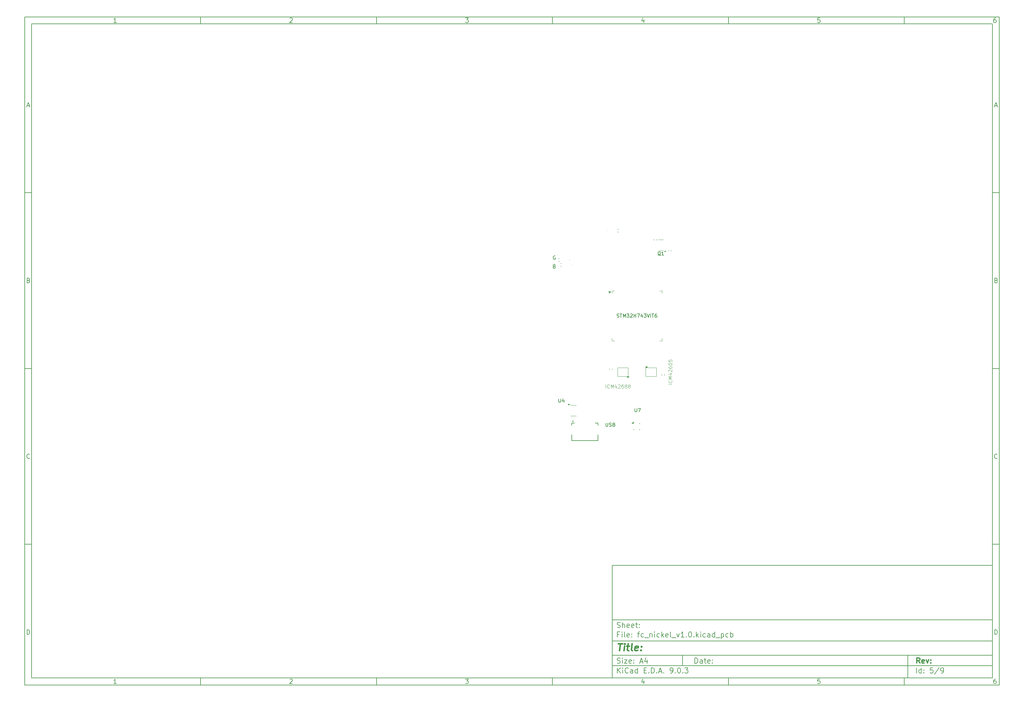
<source format=gbr>
%TF.GenerationSoftware,KiCad,Pcbnew,9.0.3*%
%TF.CreationDate,2025-08-31T17:25:54+05:30*%
%TF.ProjectId,fc_nickel_v1.0,66635f6e-6963-46b6-956c-5f76312e302e,rev?*%
%TF.SameCoordinates,Original*%
%TF.FileFunction,Legend,Top*%
%TF.FilePolarity,Positive*%
%FSLAX46Y46*%
G04 Gerber Fmt 4.6, Leading zero omitted, Abs format (unit mm)*
G04 Created by KiCad (PCBNEW 9.0.3) date 2025-08-31 17:25:54*
%MOMM*%
%LPD*%
G01*
G04 APERTURE LIST*
%ADD10C,0.100000*%
%ADD11C,0.150000*%
%ADD12C,0.300000*%
%ADD13C,0.400000*%
%ADD14C,0.152400*%
%ADD15C,0.200000*%
%ADD16C,0.120000*%
%ADD17C,0.127000*%
%ADD18C,0.020000*%
G04 APERTURE END LIST*
D10*
D11*
X177002200Y-166007200D02*
X285002200Y-166007200D01*
X285002200Y-198007200D01*
X177002200Y-198007200D01*
X177002200Y-166007200D01*
D10*
D11*
X10000000Y-10000000D02*
X287002200Y-10000000D01*
X287002200Y-200007200D01*
X10000000Y-200007200D01*
X10000000Y-10000000D01*
D10*
D11*
X12000000Y-12000000D02*
X285002200Y-12000000D01*
X285002200Y-198007200D01*
X12000000Y-198007200D01*
X12000000Y-12000000D01*
D10*
D11*
X60000000Y-12000000D02*
X60000000Y-10000000D01*
D10*
D11*
X110000000Y-12000000D02*
X110000000Y-10000000D01*
D10*
D11*
X160000000Y-12000000D02*
X160000000Y-10000000D01*
D10*
D11*
X210000000Y-12000000D02*
X210000000Y-10000000D01*
D10*
D11*
X260000000Y-12000000D02*
X260000000Y-10000000D01*
D10*
D11*
X36089160Y-11593604D02*
X35346303Y-11593604D01*
X35717731Y-11593604D02*
X35717731Y-10293604D01*
X35717731Y-10293604D02*
X35593922Y-10479319D01*
X35593922Y-10479319D02*
X35470112Y-10603128D01*
X35470112Y-10603128D02*
X35346303Y-10665033D01*
D10*
D11*
X85346303Y-10417414D02*
X85408207Y-10355509D01*
X85408207Y-10355509D02*
X85532017Y-10293604D01*
X85532017Y-10293604D02*
X85841541Y-10293604D01*
X85841541Y-10293604D02*
X85965350Y-10355509D01*
X85965350Y-10355509D02*
X86027255Y-10417414D01*
X86027255Y-10417414D02*
X86089160Y-10541223D01*
X86089160Y-10541223D02*
X86089160Y-10665033D01*
X86089160Y-10665033D02*
X86027255Y-10850747D01*
X86027255Y-10850747D02*
X85284398Y-11593604D01*
X85284398Y-11593604D02*
X86089160Y-11593604D01*
D10*
D11*
X135284398Y-10293604D02*
X136089160Y-10293604D01*
X136089160Y-10293604D02*
X135655826Y-10788842D01*
X135655826Y-10788842D02*
X135841541Y-10788842D01*
X135841541Y-10788842D02*
X135965350Y-10850747D01*
X135965350Y-10850747D02*
X136027255Y-10912652D01*
X136027255Y-10912652D02*
X136089160Y-11036461D01*
X136089160Y-11036461D02*
X136089160Y-11345985D01*
X136089160Y-11345985D02*
X136027255Y-11469795D01*
X136027255Y-11469795D02*
X135965350Y-11531700D01*
X135965350Y-11531700D02*
X135841541Y-11593604D01*
X135841541Y-11593604D02*
X135470112Y-11593604D01*
X135470112Y-11593604D02*
X135346303Y-11531700D01*
X135346303Y-11531700D02*
X135284398Y-11469795D01*
D10*
D11*
X185965350Y-10726938D02*
X185965350Y-11593604D01*
X185655826Y-10231700D02*
X185346303Y-11160271D01*
X185346303Y-11160271D02*
X186151064Y-11160271D01*
D10*
D11*
X236027255Y-10293604D02*
X235408207Y-10293604D01*
X235408207Y-10293604D02*
X235346303Y-10912652D01*
X235346303Y-10912652D02*
X235408207Y-10850747D01*
X235408207Y-10850747D02*
X235532017Y-10788842D01*
X235532017Y-10788842D02*
X235841541Y-10788842D01*
X235841541Y-10788842D02*
X235965350Y-10850747D01*
X235965350Y-10850747D02*
X236027255Y-10912652D01*
X236027255Y-10912652D02*
X236089160Y-11036461D01*
X236089160Y-11036461D02*
X236089160Y-11345985D01*
X236089160Y-11345985D02*
X236027255Y-11469795D01*
X236027255Y-11469795D02*
X235965350Y-11531700D01*
X235965350Y-11531700D02*
X235841541Y-11593604D01*
X235841541Y-11593604D02*
X235532017Y-11593604D01*
X235532017Y-11593604D02*
X235408207Y-11531700D01*
X235408207Y-11531700D02*
X235346303Y-11469795D01*
D10*
D11*
X285965350Y-10293604D02*
X285717731Y-10293604D01*
X285717731Y-10293604D02*
X285593922Y-10355509D01*
X285593922Y-10355509D02*
X285532017Y-10417414D01*
X285532017Y-10417414D02*
X285408207Y-10603128D01*
X285408207Y-10603128D02*
X285346303Y-10850747D01*
X285346303Y-10850747D02*
X285346303Y-11345985D01*
X285346303Y-11345985D02*
X285408207Y-11469795D01*
X285408207Y-11469795D02*
X285470112Y-11531700D01*
X285470112Y-11531700D02*
X285593922Y-11593604D01*
X285593922Y-11593604D02*
X285841541Y-11593604D01*
X285841541Y-11593604D02*
X285965350Y-11531700D01*
X285965350Y-11531700D02*
X286027255Y-11469795D01*
X286027255Y-11469795D02*
X286089160Y-11345985D01*
X286089160Y-11345985D02*
X286089160Y-11036461D01*
X286089160Y-11036461D02*
X286027255Y-10912652D01*
X286027255Y-10912652D02*
X285965350Y-10850747D01*
X285965350Y-10850747D02*
X285841541Y-10788842D01*
X285841541Y-10788842D02*
X285593922Y-10788842D01*
X285593922Y-10788842D02*
X285470112Y-10850747D01*
X285470112Y-10850747D02*
X285408207Y-10912652D01*
X285408207Y-10912652D02*
X285346303Y-11036461D01*
D10*
D11*
X60000000Y-198007200D02*
X60000000Y-200007200D01*
D10*
D11*
X110000000Y-198007200D02*
X110000000Y-200007200D01*
D10*
D11*
X160000000Y-198007200D02*
X160000000Y-200007200D01*
D10*
D11*
X210000000Y-198007200D02*
X210000000Y-200007200D01*
D10*
D11*
X260000000Y-198007200D02*
X260000000Y-200007200D01*
D10*
D11*
X36089160Y-199600804D02*
X35346303Y-199600804D01*
X35717731Y-199600804D02*
X35717731Y-198300804D01*
X35717731Y-198300804D02*
X35593922Y-198486519D01*
X35593922Y-198486519D02*
X35470112Y-198610328D01*
X35470112Y-198610328D02*
X35346303Y-198672233D01*
D10*
D11*
X85346303Y-198424614D02*
X85408207Y-198362709D01*
X85408207Y-198362709D02*
X85532017Y-198300804D01*
X85532017Y-198300804D02*
X85841541Y-198300804D01*
X85841541Y-198300804D02*
X85965350Y-198362709D01*
X85965350Y-198362709D02*
X86027255Y-198424614D01*
X86027255Y-198424614D02*
X86089160Y-198548423D01*
X86089160Y-198548423D02*
X86089160Y-198672233D01*
X86089160Y-198672233D02*
X86027255Y-198857947D01*
X86027255Y-198857947D02*
X85284398Y-199600804D01*
X85284398Y-199600804D02*
X86089160Y-199600804D01*
D10*
D11*
X135284398Y-198300804D02*
X136089160Y-198300804D01*
X136089160Y-198300804D02*
X135655826Y-198796042D01*
X135655826Y-198796042D02*
X135841541Y-198796042D01*
X135841541Y-198796042D02*
X135965350Y-198857947D01*
X135965350Y-198857947D02*
X136027255Y-198919852D01*
X136027255Y-198919852D02*
X136089160Y-199043661D01*
X136089160Y-199043661D02*
X136089160Y-199353185D01*
X136089160Y-199353185D02*
X136027255Y-199476995D01*
X136027255Y-199476995D02*
X135965350Y-199538900D01*
X135965350Y-199538900D02*
X135841541Y-199600804D01*
X135841541Y-199600804D02*
X135470112Y-199600804D01*
X135470112Y-199600804D02*
X135346303Y-199538900D01*
X135346303Y-199538900D02*
X135284398Y-199476995D01*
D10*
D11*
X185965350Y-198734138D02*
X185965350Y-199600804D01*
X185655826Y-198238900D02*
X185346303Y-199167471D01*
X185346303Y-199167471D02*
X186151064Y-199167471D01*
D10*
D11*
X236027255Y-198300804D02*
X235408207Y-198300804D01*
X235408207Y-198300804D02*
X235346303Y-198919852D01*
X235346303Y-198919852D02*
X235408207Y-198857947D01*
X235408207Y-198857947D02*
X235532017Y-198796042D01*
X235532017Y-198796042D02*
X235841541Y-198796042D01*
X235841541Y-198796042D02*
X235965350Y-198857947D01*
X235965350Y-198857947D02*
X236027255Y-198919852D01*
X236027255Y-198919852D02*
X236089160Y-199043661D01*
X236089160Y-199043661D02*
X236089160Y-199353185D01*
X236089160Y-199353185D02*
X236027255Y-199476995D01*
X236027255Y-199476995D02*
X235965350Y-199538900D01*
X235965350Y-199538900D02*
X235841541Y-199600804D01*
X235841541Y-199600804D02*
X235532017Y-199600804D01*
X235532017Y-199600804D02*
X235408207Y-199538900D01*
X235408207Y-199538900D02*
X235346303Y-199476995D01*
D10*
D11*
X285965350Y-198300804D02*
X285717731Y-198300804D01*
X285717731Y-198300804D02*
X285593922Y-198362709D01*
X285593922Y-198362709D02*
X285532017Y-198424614D01*
X285532017Y-198424614D02*
X285408207Y-198610328D01*
X285408207Y-198610328D02*
X285346303Y-198857947D01*
X285346303Y-198857947D02*
X285346303Y-199353185D01*
X285346303Y-199353185D02*
X285408207Y-199476995D01*
X285408207Y-199476995D02*
X285470112Y-199538900D01*
X285470112Y-199538900D02*
X285593922Y-199600804D01*
X285593922Y-199600804D02*
X285841541Y-199600804D01*
X285841541Y-199600804D02*
X285965350Y-199538900D01*
X285965350Y-199538900D02*
X286027255Y-199476995D01*
X286027255Y-199476995D02*
X286089160Y-199353185D01*
X286089160Y-199353185D02*
X286089160Y-199043661D01*
X286089160Y-199043661D02*
X286027255Y-198919852D01*
X286027255Y-198919852D02*
X285965350Y-198857947D01*
X285965350Y-198857947D02*
X285841541Y-198796042D01*
X285841541Y-198796042D02*
X285593922Y-198796042D01*
X285593922Y-198796042D02*
X285470112Y-198857947D01*
X285470112Y-198857947D02*
X285408207Y-198919852D01*
X285408207Y-198919852D02*
X285346303Y-199043661D01*
D10*
D11*
X10000000Y-60000000D02*
X12000000Y-60000000D01*
D10*
D11*
X10000000Y-110000000D02*
X12000000Y-110000000D01*
D10*
D11*
X10000000Y-160000000D02*
X12000000Y-160000000D01*
D10*
D11*
X10690476Y-35222176D02*
X11309523Y-35222176D01*
X10566666Y-35593604D02*
X10999999Y-34293604D01*
X10999999Y-34293604D02*
X11433333Y-35593604D01*
D10*
D11*
X11092857Y-84912652D02*
X11278571Y-84974557D01*
X11278571Y-84974557D02*
X11340476Y-85036461D01*
X11340476Y-85036461D02*
X11402380Y-85160271D01*
X11402380Y-85160271D02*
X11402380Y-85345985D01*
X11402380Y-85345985D02*
X11340476Y-85469795D01*
X11340476Y-85469795D02*
X11278571Y-85531700D01*
X11278571Y-85531700D02*
X11154761Y-85593604D01*
X11154761Y-85593604D02*
X10659523Y-85593604D01*
X10659523Y-85593604D02*
X10659523Y-84293604D01*
X10659523Y-84293604D02*
X11092857Y-84293604D01*
X11092857Y-84293604D02*
X11216666Y-84355509D01*
X11216666Y-84355509D02*
X11278571Y-84417414D01*
X11278571Y-84417414D02*
X11340476Y-84541223D01*
X11340476Y-84541223D02*
X11340476Y-84665033D01*
X11340476Y-84665033D02*
X11278571Y-84788842D01*
X11278571Y-84788842D02*
X11216666Y-84850747D01*
X11216666Y-84850747D02*
X11092857Y-84912652D01*
X11092857Y-84912652D02*
X10659523Y-84912652D01*
D10*
D11*
X11402380Y-135469795D02*
X11340476Y-135531700D01*
X11340476Y-135531700D02*
X11154761Y-135593604D01*
X11154761Y-135593604D02*
X11030952Y-135593604D01*
X11030952Y-135593604D02*
X10845238Y-135531700D01*
X10845238Y-135531700D02*
X10721428Y-135407890D01*
X10721428Y-135407890D02*
X10659523Y-135284080D01*
X10659523Y-135284080D02*
X10597619Y-135036461D01*
X10597619Y-135036461D02*
X10597619Y-134850747D01*
X10597619Y-134850747D02*
X10659523Y-134603128D01*
X10659523Y-134603128D02*
X10721428Y-134479319D01*
X10721428Y-134479319D02*
X10845238Y-134355509D01*
X10845238Y-134355509D02*
X11030952Y-134293604D01*
X11030952Y-134293604D02*
X11154761Y-134293604D01*
X11154761Y-134293604D02*
X11340476Y-134355509D01*
X11340476Y-134355509D02*
X11402380Y-134417414D01*
D10*
D11*
X10659523Y-185593604D02*
X10659523Y-184293604D01*
X10659523Y-184293604D02*
X10969047Y-184293604D01*
X10969047Y-184293604D02*
X11154761Y-184355509D01*
X11154761Y-184355509D02*
X11278571Y-184479319D01*
X11278571Y-184479319D02*
X11340476Y-184603128D01*
X11340476Y-184603128D02*
X11402380Y-184850747D01*
X11402380Y-184850747D02*
X11402380Y-185036461D01*
X11402380Y-185036461D02*
X11340476Y-185284080D01*
X11340476Y-185284080D02*
X11278571Y-185407890D01*
X11278571Y-185407890D02*
X11154761Y-185531700D01*
X11154761Y-185531700D02*
X10969047Y-185593604D01*
X10969047Y-185593604D02*
X10659523Y-185593604D01*
D10*
D11*
X287002200Y-60000000D02*
X285002200Y-60000000D01*
D10*
D11*
X287002200Y-110000000D02*
X285002200Y-110000000D01*
D10*
D11*
X287002200Y-160000000D02*
X285002200Y-160000000D01*
D10*
D11*
X285692676Y-35222176D02*
X286311723Y-35222176D01*
X285568866Y-35593604D02*
X286002199Y-34293604D01*
X286002199Y-34293604D02*
X286435533Y-35593604D01*
D10*
D11*
X286095057Y-84912652D02*
X286280771Y-84974557D01*
X286280771Y-84974557D02*
X286342676Y-85036461D01*
X286342676Y-85036461D02*
X286404580Y-85160271D01*
X286404580Y-85160271D02*
X286404580Y-85345985D01*
X286404580Y-85345985D02*
X286342676Y-85469795D01*
X286342676Y-85469795D02*
X286280771Y-85531700D01*
X286280771Y-85531700D02*
X286156961Y-85593604D01*
X286156961Y-85593604D02*
X285661723Y-85593604D01*
X285661723Y-85593604D02*
X285661723Y-84293604D01*
X285661723Y-84293604D02*
X286095057Y-84293604D01*
X286095057Y-84293604D02*
X286218866Y-84355509D01*
X286218866Y-84355509D02*
X286280771Y-84417414D01*
X286280771Y-84417414D02*
X286342676Y-84541223D01*
X286342676Y-84541223D02*
X286342676Y-84665033D01*
X286342676Y-84665033D02*
X286280771Y-84788842D01*
X286280771Y-84788842D02*
X286218866Y-84850747D01*
X286218866Y-84850747D02*
X286095057Y-84912652D01*
X286095057Y-84912652D02*
X285661723Y-84912652D01*
D10*
D11*
X286404580Y-135469795D02*
X286342676Y-135531700D01*
X286342676Y-135531700D02*
X286156961Y-135593604D01*
X286156961Y-135593604D02*
X286033152Y-135593604D01*
X286033152Y-135593604D02*
X285847438Y-135531700D01*
X285847438Y-135531700D02*
X285723628Y-135407890D01*
X285723628Y-135407890D02*
X285661723Y-135284080D01*
X285661723Y-135284080D02*
X285599819Y-135036461D01*
X285599819Y-135036461D02*
X285599819Y-134850747D01*
X285599819Y-134850747D02*
X285661723Y-134603128D01*
X285661723Y-134603128D02*
X285723628Y-134479319D01*
X285723628Y-134479319D02*
X285847438Y-134355509D01*
X285847438Y-134355509D02*
X286033152Y-134293604D01*
X286033152Y-134293604D02*
X286156961Y-134293604D01*
X286156961Y-134293604D02*
X286342676Y-134355509D01*
X286342676Y-134355509D02*
X286404580Y-134417414D01*
D10*
D11*
X285661723Y-185593604D02*
X285661723Y-184293604D01*
X285661723Y-184293604D02*
X285971247Y-184293604D01*
X285971247Y-184293604D02*
X286156961Y-184355509D01*
X286156961Y-184355509D02*
X286280771Y-184479319D01*
X286280771Y-184479319D02*
X286342676Y-184603128D01*
X286342676Y-184603128D02*
X286404580Y-184850747D01*
X286404580Y-184850747D02*
X286404580Y-185036461D01*
X286404580Y-185036461D02*
X286342676Y-185284080D01*
X286342676Y-185284080D02*
X286280771Y-185407890D01*
X286280771Y-185407890D02*
X286156961Y-185531700D01*
X286156961Y-185531700D02*
X285971247Y-185593604D01*
X285971247Y-185593604D02*
X285661723Y-185593604D01*
D10*
D11*
X200458026Y-193793328D02*
X200458026Y-192293328D01*
X200458026Y-192293328D02*
X200815169Y-192293328D01*
X200815169Y-192293328D02*
X201029455Y-192364757D01*
X201029455Y-192364757D02*
X201172312Y-192507614D01*
X201172312Y-192507614D02*
X201243741Y-192650471D01*
X201243741Y-192650471D02*
X201315169Y-192936185D01*
X201315169Y-192936185D02*
X201315169Y-193150471D01*
X201315169Y-193150471D02*
X201243741Y-193436185D01*
X201243741Y-193436185D02*
X201172312Y-193579042D01*
X201172312Y-193579042D02*
X201029455Y-193721900D01*
X201029455Y-193721900D02*
X200815169Y-193793328D01*
X200815169Y-193793328D02*
X200458026Y-193793328D01*
X202600884Y-193793328D02*
X202600884Y-193007614D01*
X202600884Y-193007614D02*
X202529455Y-192864757D01*
X202529455Y-192864757D02*
X202386598Y-192793328D01*
X202386598Y-192793328D02*
X202100884Y-192793328D01*
X202100884Y-192793328D02*
X201958026Y-192864757D01*
X202600884Y-193721900D02*
X202458026Y-193793328D01*
X202458026Y-193793328D02*
X202100884Y-193793328D01*
X202100884Y-193793328D02*
X201958026Y-193721900D01*
X201958026Y-193721900D02*
X201886598Y-193579042D01*
X201886598Y-193579042D02*
X201886598Y-193436185D01*
X201886598Y-193436185D02*
X201958026Y-193293328D01*
X201958026Y-193293328D02*
X202100884Y-193221900D01*
X202100884Y-193221900D02*
X202458026Y-193221900D01*
X202458026Y-193221900D02*
X202600884Y-193150471D01*
X203100884Y-192793328D02*
X203672312Y-192793328D01*
X203315169Y-192293328D02*
X203315169Y-193579042D01*
X203315169Y-193579042D02*
X203386598Y-193721900D01*
X203386598Y-193721900D02*
X203529455Y-193793328D01*
X203529455Y-193793328D02*
X203672312Y-193793328D01*
X204743741Y-193721900D02*
X204600884Y-193793328D01*
X204600884Y-193793328D02*
X204315170Y-193793328D01*
X204315170Y-193793328D02*
X204172312Y-193721900D01*
X204172312Y-193721900D02*
X204100884Y-193579042D01*
X204100884Y-193579042D02*
X204100884Y-193007614D01*
X204100884Y-193007614D02*
X204172312Y-192864757D01*
X204172312Y-192864757D02*
X204315170Y-192793328D01*
X204315170Y-192793328D02*
X204600884Y-192793328D01*
X204600884Y-192793328D02*
X204743741Y-192864757D01*
X204743741Y-192864757D02*
X204815170Y-193007614D01*
X204815170Y-193007614D02*
X204815170Y-193150471D01*
X204815170Y-193150471D02*
X204100884Y-193293328D01*
X205458026Y-193650471D02*
X205529455Y-193721900D01*
X205529455Y-193721900D02*
X205458026Y-193793328D01*
X205458026Y-193793328D02*
X205386598Y-193721900D01*
X205386598Y-193721900D02*
X205458026Y-193650471D01*
X205458026Y-193650471D02*
X205458026Y-193793328D01*
X205458026Y-192864757D02*
X205529455Y-192936185D01*
X205529455Y-192936185D02*
X205458026Y-193007614D01*
X205458026Y-193007614D02*
X205386598Y-192936185D01*
X205386598Y-192936185D02*
X205458026Y-192864757D01*
X205458026Y-192864757D02*
X205458026Y-193007614D01*
D10*
D11*
X177002200Y-194507200D02*
X285002200Y-194507200D01*
D10*
D11*
X178458026Y-196593328D02*
X178458026Y-195093328D01*
X179315169Y-196593328D02*
X178672312Y-195736185D01*
X179315169Y-195093328D02*
X178458026Y-195950471D01*
X179958026Y-196593328D02*
X179958026Y-195593328D01*
X179958026Y-195093328D02*
X179886598Y-195164757D01*
X179886598Y-195164757D02*
X179958026Y-195236185D01*
X179958026Y-195236185D02*
X180029455Y-195164757D01*
X180029455Y-195164757D02*
X179958026Y-195093328D01*
X179958026Y-195093328D02*
X179958026Y-195236185D01*
X181529455Y-196450471D02*
X181458027Y-196521900D01*
X181458027Y-196521900D02*
X181243741Y-196593328D01*
X181243741Y-196593328D02*
X181100884Y-196593328D01*
X181100884Y-196593328D02*
X180886598Y-196521900D01*
X180886598Y-196521900D02*
X180743741Y-196379042D01*
X180743741Y-196379042D02*
X180672312Y-196236185D01*
X180672312Y-196236185D02*
X180600884Y-195950471D01*
X180600884Y-195950471D02*
X180600884Y-195736185D01*
X180600884Y-195736185D02*
X180672312Y-195450471D01*
X180672312Y-195450471D02*
X180743741Y-195307614D01*
X180743741Y-195307614D02*
X180886598Y-195164757D01*
X180886598Y-195164757D02*
X181100884Y-195093328D01*
X181100884Y-195093328D02*
X181243741Y-195093328D01*
X181243741Y-195093328D02*
X181458027Y-195164757D01*
X181458027Y-195164757D02*
X181529455Y-195236185D01*
X182815170Y-196593328D02*
X182815170Y-195807614D01*
X182815170Y-195807614D02*
X182743741Y-195664757D01*
X182743741Y-195664757D02*
X182600884Y-195593328D01*
X182600884Y-195593328D02*
X182315170Y-195593328D01*
X182315170Y-195593328D02*
X182172312Y-195664757D01*
X182815170Y-196521900D02*
X182672312Y-196593328D01*
X182672312Y-196593328D02*
X182315170Y-196593328D01*
X182315170Y-196593328D02*
X182172312Y-196521900D01*
X182172312Y-196521900D02*
X182100884Y-196379042D01*
X182100884Y-196379042D02*
X182100884Y-196236185D01*
X182100884Y-196236185D02*
X182172312Y-196093328D01*
X182172312Y-196093328D02*
X182315170Y-196021900D01*
X182315170Y-196021900D02*
X182672312Y-196021900D01*
X182672312Y-196021900D02*
X182815170Y-195950471D01*
X184172313Y-196593328D02*
X184172313Y-195093328D01*
X184172313Y-196521900D02*
X184029455Y-196593328D01*
X184029455Y-196593328D02*
X183743741Y-196593328D01*
X183743741Y-196593328D02*
X183600884Y-196521900D01*
X183600884Y-196521900D02*
X183529455Y-196450471D01*
X183529455Y-196450471D02*
X183458027Y-196307614D01*
X183458027Y-196307614D02*
X183458027Y-195879042D01*
X183458027Y-195879042D02*
X183529455Y-195736185D01*
X183529455Y-195736185D02*
X183600884Y-195664757D01*
X183600884Y-195664757D02*
X183743741Y-195593328D01*
X183743741Y-195593328D02*
X184029455Y-195593328D01*
X184029455Y-195593328D02*
X184172313Y-195664757D01*
X186029455Y-195807614D02*
X186529455Y-195807614D01*
X186743741Y-196593328D02*
X186029455Y-196593328D01*
X186029455Y-196593328D02*
X186029455Y-195093328D01*
X186029455Y-195093328D02*
X186743741Y-195093328D01*
X187386598Y-196450471D02*
X187458027Y-196521900D01*
X187458027Y-196521900D02*
X187386598Y-196593328D01*
X187386598Y-196593328D02*
X187315170Y-196521900D01*
X187315170Y-196521900D02*
X187386598Y-196450471D01*
X187386598Y-196450471D02*
X187386598Y-196593328D01*
X188100884Y-196593328D02*
X188100884Y-195093328D01*
X188100884Y-195093328D02*
X188458027Y-195093328D01*
X188458027Y-195093328D02*
X188672313Y-195164757D01*
X188672313Y-195164757D02*
X188815170Y-195307614D01*
X188815170Y-195307614D02*
X188886599Y-195450471D01*
X188886599Y-195450471D02*
X188958027Y-195736185D01*
X188958027Y-195736185D02*
X188958027Y-195950471D01*
X188958027Y-195950471D02*
X188886599Y-196236185D01*
X188886599Y-196236185D02*
X188815170Y-196379042D01*
X188815170Y-196379042D02*
X188672313Y-196521900D01*
X188672313Y-196521900D02*
X188458027Y-196593328D01*
X188458027Y-196593328D02*
X188100884Y-196593328D01*
X189600884Y-196450471D02*
X189672313Y-196521900D01*
X189672313Y-196521900D02*
X189600884Y-196593328D01*
X189600884Y-196593328D02*
X189529456Y-196521900D01*
X189529456Y-196521900D02*
X189600884Y-196450471D01*
X189600884Y-196450471D02*
X189600884Y-196593328D01*
X190243742Y-196164757D02*
X190958028Y-196164757D01*
X190100885Y-196593328D02*
X190600885Y-195093328D01*
X190600885Y-195093328D02*
X191100885Y-196593328D01*
X191600884Y-196450471D02*
X191672313Y-196521900D01*
X191672313Y-196521900D02*
X191600884Y-196593328D01*
X191600884Y-196593328D02*
X191529456Y-196521900D01*
X191529456Y-196521900D02*
X191600884Y-196450471D01*
X191600884Y-196450471D02*
X191600884Y-196593328D01*
X193529456Y-196593328D02*
X193815170Y-196593328D01*
X193815170Y-196593328D02*
X193958027Y-196521900D01*
X193958027Y-196521900D02*
X194029456Y-196450471D01*
X194029456Y-196450471D02*
X194172313Y-196236185D01*
X194172313Y-196236185D02*
X194243742Y-195950471D01*
X194243742Y-195950471D02*
X194243742Y-195379042D01*
X194243742Y-195379042D02*
X194172313Y-195236185D01*
X194172313Y-195236185D02*
X194100885Y-195164757D01*
X194100885Y-195164757D02*
X193958027Y-195093328D01*
X193958027Y-195093328D02*
X193672313Y-195093328D01*
X193672313Y-195093328D02*
X193529456Y-195164757D01*
X193529456Y-195164757D02*
X193458027Y-195236185D01*
X193458027Y-195236185D02*
X193386599Y-195379042D01*
X193386599Y-195379042D02*
X193386599Y-195736185D01*
X193386599Y-195736185D02*
X193458027Y-195879042D01*
X193458027Y-195879042D02*
X193529456Y-195950471D01*
X193529456Y-195950471D02*
X193672313Y-196021900D01*
X193672313Y-196021900D02*
X193958027Y-196021900D01*
X193958027Y-196021900D02*
X194100885Y-195950471D01*
X194100885Y-195950471D02*
X194172313Y-195879042D01*
X194172313Y-195879042D02*
X194243742Y-195736185D01*
X194886598Y-196450471D02*
X194958027Y-196521900D01*
X194958027Y-196521900D02*
X194886598Y-196593328D01*
X194886598Y-196593328D02*
X194815170Y-196521900D01*
X194815170Y-196521900D02*
X194886598Y-196450471D01*
X194886598Y-196450471D02*
X194886598Y-196593328D01*
X195886599Y-195093328D02*
X196029456Y-195093328D01*
X196029456Y-195093328D02*
X196172313Y-195164757D01*
X196172313Y-195164757D02*
X196243742Y-195236185D01*
X196243742Y-195236185D02*
X196315170Y-195379042D01*
X196315170Y-195379042D02*
X196386599Y-195664757D01*
X196386599Y-195664757D02*
X196386599Y-196021900D01*
X196386599Y-196021900D02*
X196315170Y-196307614D01*
X196315170Y-196307614D02*
X196243742Y-196450471D01*
X196243742Y-196450471D02*
X196172313Y-196521900D01*
X196172313Y-196521900D02*
X196029456Y-196593328D01*
X196029456Y-196593328D02*
X195886599Y-196593328D01*
X195886599Y-196593328D02*
X195743742Y-196521900D01*
X195743742Y-196521900D02*
X195672313Y-196450471D01*
X195672313Y-196450471D02*
X195600884Y-196307614D01*
X195600884Y-196307614D02*
X195529456Y-196021900D01*
X195529456Y-196021900D02*
X195529456Y-195664757D01*
X195529456Y-195664757D02*
X195600884Y-195379042D01*
X195600884Y-195379042D02*
X195672313Y-195236185D01*
X195672313Y-195236185D02*
X195743742Y-195164757D01*
X195743742Y-195164757D02*
X195886599Y-195093328D01*
X197029455Y-196450471D02*
X197100884Y-196521900D01*
X197100884Y-196521900D02*
X197029455Y-196593328D01*
X197029455Y-196593328D02*
X196958027Y-196521900D01*
X196958027Y-196521900D02*
X197029455Y-196450471D01*
X197029455Y-196450471D02*
X197029455Y-196593328D01*
X197600884Y-195093328D02*
X198529456Y-195093328D01*
X198529456Y-195093328D02*
X198029456Y-195664757D01*
X198029456Y-195664757D02*
X198243741Y-195664757D01*
X198243741Y-195664757D02*
X198386599Y-195736185D01*
X198386599Y-195736185D02*
X198458027Y-195807614D01*
X198458027Y-195807614D02*
X198529456Y-195950471D01*
X198529456Y-195950471D02*
X198529456Y-196307614D01*
X198529456Y-196307614D02*
X198458027Y-196450471D01*
X198458027Y-196450471D02*
X198386599Y-196521900D01*
X198386599Y-196521900D02*
X198243741Y-196593328D01*
X198243741Y-196593328D02*
X197815170Y-196593328D01*
X197815170Y-196593328D02*
X197672313Y-196521900D01*
X197672313Y-196521900D02*
X197600884Y-196450471D01*
D10*
D11*
X177002200Y-191507200D02*
X285002200Y-191507200D01*
D10*
D12*
X264413853Y-193785528D02*
X263913853Y-193071242D01*
X263556710Y-193785528D02*
X263556710Y-192285528D01*
X263556710Y-192285528D02*
X264128139Y-192285528D01*
X264128139Y-192285528D02*
X264270996Y-192356957D01*
X264270996Y-192356957D02*
X264342425Y-192428385D01*
X264342425Y-192428385D02*
X264413853Y-192571242D01*
X264413853Y-192571242D02*
X264413853Y-192785528D01*
X264413853Y-192785528D02*
X264342425Y-192928385D01*
X264342425Y-192928385D02*
X264270996Y-192999814D01*
X264270996Y-192999814D02*
X264128139Y-193071242D01*
X264128139Y-193071242D02*
X263556710Y-193071242D01*
X265628139Y-193714100D02*
X265485282Y-193785528D01*
X265485282Y-193785528D02*
X265199568Y-193785528D01*
X265199568Y-193785528D02*
X265056710Y-193714100D01*
X265056710Y-193714100D02*
X264985282Y-193571242D01*
X264985282Y-193571242D02*
X264985282Y-192999814D01*
X264985282Y-192999814D02*
X265056710Y-192856957D01*
X265056710Y-192856957D02*
X265199568Y-192785528D01*
X265199568Y-192785528D02*
X265485282Y-192785528D01*
X265485282Y-192785528D02*
X265628139Y-192856957D01*
X265628139Y-192856957D02*
X265699568Y-192999814D01*
X265699568Y-192999814D02*
X265699568Y-193142671D01*
X265699568Y-193142671D02*
X264985282Y-193285528D01*
X266199567Y-192785528D02*
X266556710Y-193785528D01*
X266556710Y-193785528D02*
X266913853Y-192785528D01*
X267485281Y-193642671D02*
X267556710Y-193714100D01*
X267556710Y-193714100D02*
X267485281Y-193785528D01*
X267485281Y-193785528D02*
X267413853Y-193714100D01*
X267413853Y-193714100D02*
X267485281Y-193642671D01*
X267485281Y-193642671D02*
X267485281Y-193785528D01*
X267485281Y-192856957D02*
X267556710Y-192928385D01*
X267556710Y-192928385D02*
X267485281Y-192999814D01*
X267485281Y-192999814D02*
X267413853Y-192928385D01*
X267413853Y-192928385D02*
X267485281Y-192856957D01*
X267485281Y-192856957D02*
X267485281Y-192999814D01*
D10*
D11*
X178386598Y-193721900D02*
X178600884Y-193793328D01*
X178600884Y-193793328D02*
X178958026Y-193793328D01*
X178958026Y-193793328D02*
X179100884Y-193721900D01*
X179100884Y-193721900D02*
X179172312Y-193650471D01*
X179172312Y-193650471D02*
X179243741Y-193507614D01*
X179243741Y-193507614D02*
X179243741Y-193364757D01*
X179243741Y-193364757D02*
X179172312Y-193221900D01*
X179172312Y-193221900D02*
X179100884Y-193150471D01*
X179100884Y-193150471D02*
X178958026Y-193079042D01*
X178958026Y-193079042D02*
X178672312Y-193007614D01*
X178672312Y-193007614D02*
X178529455Y-192936185D01*
X178529455Y-192936185D02*
X178458026Y-192864757D01*
X178458026Y-192864757D02*
X178386598Y-192721900D01*
X178386598Y-192721900D02*
X178386598Y-192579042D01*
X178386598Y-192579042D02*
X178458026Y-192436185D01*
X178458026Y-192436185D02*
X178529455Y-192364757D01*
X178529455Y-192364757D02*
X178672312Y-192293328D01*
X178672312Y-192293328D02*
X179029455Y-192293328D01*
X179029455Y-192293328D02*
X179243741Y-192364757D01*
X179886597Y-193793328D02*
X179886597Y-192793328D01*
X179886597Y-192293328D02*
X179815169Y-192364757D01*
X179815169Y-192364757D02*
X179886597Y-192436185D01*
X179886597Y-192436185D02*
X179958026Y-192364757D01*
X179958026Y-192364757D02*
X179886597Y-192293328D01*
X179886597Y-192293328D02*
X179886597Y-192436185D01*
X180458026Y-192793328D02*
X181243741Y-192793328D01*
X181243741Y-192793328D02*
X180458026Y-193793328D01*
X180458026Y-193793328D02*
X181243741Y-193793328D01*
X182386598Y-193721900D02*
X182243741Y-193793328D01*
X182243741Y-193793328D02*
X181958027Y-193793328D01*
X181958027Y-193793328D02*
X181815169Y-193721900D01*
X181815169Y-193721900D02*
X181743741Y-193579042D01*
X181743741Y-193579042D02*
X181743741Y-193007614D01*
X181743741Y-193007614D02*
X181815169Y-192864757D01*
X181815169Y-192864757D02*
X181958027Y-192793328D01*
X181958027Y-192793328D02*
X182243741Y-192793328D01*
X182243741Y-192793328D02*
X182386598Y-192864757D01*
X182386598Y-192864757D02*
X182458027Y-193007614D01*
X182458027Y-193007614D02*
X182458027Y-193150471D01*
X182458027Y-193150471D02*
X181743741Y-193293328D01*
X183100883Y-193650471D02*
X183172312Y-193721900D01*
X183172312Y-193721900D02*
X183100883Y-193793328D01*
X183100883Y-193793328D02*
X183029455Y-193721900D01*
X183029455Y-193721900D02*
X183100883Y-193650471D01*
X183100883Y-193650471D02*
X183100883Y-193793328D01*
X183100883Y-192864757D02*
X183172312Y-192936185D01*
X183172312Y-192936185D02*
X183100883Y-193007614D01*
X183100883Y-193007614D02*
X183029455Y-192936185D01*
X183029455Y-192936185D02*
X183100883Y-192864757D01*
X183100883Y-192864757D02*
X183100883Y-193007614D01*
X184886598Y-193364757D02*
X185600884Y-193364757D01*
X184743741Y-193793328D02*
X185243741Y-192293328D01*
X185243741Y-192293328D02*
X185743741Y-193793328D01*
X186886598Y-192793328D02*
X186886598Y-193793328D01*
X186529455Y-192221900D02*
X186172312Y-193293328D01*
X186172312Y-193293328D02*
X187100883Y-193293328D01*
D10*
D11*
X263458026Y-196593328D02*
X263458026Y-195093328D01*
X264815170Y-196593328D02*
X264815170Y-195093328D01*
X264815170Y-196521900D02*
X264672312Y-196593328D01*
X264672312Y-196593328D02*
X264386598Y-196593328D01*
X264386598Y-196593328D02*
X264243741Y-196521900D01*
X264243741Y-196521900D02*
X264172312Y-196450471D01*
X264172312Y-196450471D02*
X264100884Y-196307614D01*
X264100884Y-196307614D02*
X264100884Y-195879042D01*
X264100884Y-195879042D02*
X264172312Y-195736185D01*
X264172312Y-195736185D02*
X264243741Y-195664757D01*
X264243741Y-195664757D02*
X264386598Y-195593328D01*
X264386598Y-195593328D02*
X264672312Y-195593328D01*
X264672312Y-195593328D02*
X264815170Y-195664757D01*
X265529455Y-196450471D02*
X265600884Y-196521900D01*
X265600884Y-196521900D02*
X265529455Y-196593328D01*
X265529455Y-196593328D02*
X265458027Y-196521900D01*
X265458027Y-196521900D02*
X265529455Y-196450471D01*
X265529455Y-196450471D02*
X265529455Y-196593328D01*
X265529455Y-195664757D02*
X265600884Y-195736185D01*
X265600884Y-195736185D02*
X265529455Y-195807614D01*
X265529455Y-195807614D02*
X265458027Y-195736185D01*
X265458027Y-195736185D02*
X265529455Y-195664757D01*
X265529455Y-195664757D02*
X265529455Y-195807614D01*
X268100884Y-195093328D02*
X267386598Y-195093328D01*
X267386598Y-195093328D02*
X267315170Y-195807614D01*
X267315170Y-195807614D02*
X267386598Y-195736185D01*
X267386598Y-195736185D02*
X267529456Y-195664757D01*
X267529456Y-195664757D02*
X267886598Y-195664757D01*
X267886598Y-195664757D02*
X268029456Y-195736185D01*
X268029456Y-195736185D02*
X268100884Y-195807614D01*
X268100884Y-195807614D02*
X268172313Y-195950471D01*
X268172313Y-195950471D02*
X268172313Y-196307614D01*
X268172313Y-196307614D02*
X268100884Y-196450471D01*
X268100884Y-196450471D02*
X268029456Y-196521900D01*
X268029456Y-196521900D02*
X267886598Y-196593328D01*
X267886598Y-196593328D02*
X267529456Y-196593328D01*
X267529456Y-196593328D02*
X267386598Y-196521900D01*
X267386598Y-196521900D02*
X267315170Y-196450471D01*
X269886598Y-195021900D02*
X268600884Y-196950471D01*
X270458027Y-196593328D02*
X270743741Y-196593328D01*
X270743741Y-196593328D02*
X270886598Y-196521900D01*
X270886598Y-196521900D02*
X270958027Y-196450471D01*
X270958027Y-196450471D02*
X271100884Y-196236185D01*
X271100884Y-196236185D02*
X271172313Y-195950471D01*
X271172313Y-195950471D02*
X271172313Y-195379042D01*
X271172313Y-195379042D02*
X271100884Y-195236185D01*
X271100884Y-195236185D02*
X271029456Y-195164757D01*
X271029456Y-195164757D02*
X270886598Y-195093328D01*
X270886598Y-195093328D02*
X270600884Y-195093328D01*
X270600884Y-195093328D02*
X270458027Y-195164757D01*
X270458027Y-195164757D02*
X270386598Y-195236185D01*
X270386598Y-195236185D02*
X270315170Y-195379042D01*
X270315170Y-195379042D02*
X270315170Y-195736185D01*
X270315170Y-195736185D02*
X270386598Y-195879042D01*
X270386598Y-195879042D02*
X270458027Y-195950471D01*
X270458027Y-195950471D02*
X270600884Y-196021900D01*
X270600884Y-196021900D02*
X270886598Y-196021900D01*
X270886598Y-196021900D02*
X271029456Y-195950471D01*
X271029456Y-195950471D02*
X271100884Y-195879042D01*
X271100884Y-195879042D02*
X271172313Y-195736185D01*
D10*
D11*
X177002200Y-187507200D02*
X285002200Y-187507200D01*
D10*
D13*
X178693928Y-188211638D02*
X179836785Y-188211638D01*
X179015357Y-190211638D02*
X179265357Y-188211638D01*
X180253452Y-190211638D02*
X180420119Y-188878304D01*
X180503452Y-188211638D02*
X180396309Y-188306876D01*
X180396309Y-188306876D02*
X180479643Y-188402114D01*
X180479643Y-188402114D02*
X180586786Y-188306876D01*
X180586786Y-188306876D02*
X180503452Y-188211638D01*
X180503452Y-188211638D02*
X180479643Y-188402114D01*
X181086786Y-188878304D02*
X181848690Y-188878304D01*
X181455833Y-188211638D02*
X181241548Y-189925923D01*
X181241548Y-189925923D02*
X181312976Y-190116400D01*
X181312976Y-190116400D02*
X181491548Y-190211638D01*
X181491548Y-190211638D02*
X181682024Y-190211638D01*
X182634405Y-190211638D02*
X182455833Y-190116400D01*
X182455833Y-190116400D02*
X182384405Y-189925923D01*
X182384405Y-189925923D02*
X182598690Y-188211638D01*
X184170119Y-190116400D02*
X183967738Y-190211638D01*
X183967738Y-190211638D02*
X183586785Y-190211638D01*
X183586785Y-190211638D02*
X183408214Y-190116400D01*
X183408214Y-190116400D02*
X183336785Y-189925923D01*
X183336785Y-189925923D02*
X183432024Y-189164019D01*
X183432024Y-189164019D02*
X183551071Y-188973542D01*
X183551071Y-188973542D02*
X183753452Y-188878304D01*
X183753452Y-188878304D02*
X184134404Y-188878304D01*
X184134404Y-188878304D02*
X184312976Y-188973542D01*
X184312976Y-188973542D02*
X184384404Y-189164019D01*
X184384404Y-189164019D02*
X184360595Y-189354495D01*
X184360595Y-189354495D02*
X183384404Y-189544971D01*
X185134405Y-190021161D02*
X185217738Y-190116400D01*
X185217738Y-190116400D02*
X185110595Y-190211638D01*
X185110595Y-190211638D02*
X185027262Y-190116400D01*
X185027262Y-190116400D02*
X185134405Y-190021161D01*
X185134405Y-190021161D02*
X185110595Y-190211638D01*
X185265357Y-188973542D02*
X185348690Y-189068780D01*
X185348690Y-189068780D02*
X185241548Y-189164019D01*
X185241548Y-189164019D02*
X185158214Y-189068780D01*
X185158214Y-189068780D02*
X185265357Y-188973542D01*
X185265357Y-188973542D02*
X185241548Y-189164019D01*
D10*
D11*
X178958026Y-185607614D02*
X178458026Y-185607614D01*
X178458026Y-186393328D02*
X178458026Y-184893328D01*
X178458026Y-184893328D02*
X179172312Y-184893328D01*
X179743740Y-186393328D02*
X179743740Y-185393328D01*
X179743740Y-184893328D02*
X179672312Y-184964757D01*
X179672312Y-184964757D02*
X179743740Y-185036185D01*
X179743740Y-185036185D02*
X179815169Y-184964757D01*
X179815169Y-184964757D02*
X179743740Y-184893328D01*
X179743740Y-184893328D02*
X179743740Y-185036185D01*
X180672312Y-186393328D02*
X180529455Y-186321900D01*
X180529455Y-186321900D02*
X180458026Y-186179042D01*
X180458026Y-186179042D02*
X180458026Y-184893328D01*
X181815169Y-186321900D02*
X181672312Y-186393328D01*
X181672312Y-186393328D02*
X181386598Y-186393328D01*
X181386598Y-186393328D02*
X181243740Y-186321900D01*
X181243740Y-186321900D02*
X181172312Y-186179042D01*
X181172312Y-186179042D02*
X181172312Y-185607614D01*
X181172312Y-185607614D02*
X181243740Y-185464757D01*
X181243740Y-185464757D02*
X181386598Y-185393328D01*
X181386598Y-185393328D02*
X181672312Y-185393328D01*
X181672312Y-185393328D02*
X181815169Y-185464757D01*
X181815169Y-185464757D02*
X181886598Y-185607614D01*
X181886598Y-185607614D02*
X181886598Y-185750471D01*
X181886598Y-185750471D02*
X181172312Y-185893328D01*
X182529454Y-186250471D02*
X182600883Y-186321900D01*
X182600883Y-186321900D02*
X182529454Y-186393328D01*
X182529454Y-186393328D02*
X182458026Y-186321900D01*
X182458026Y-186321900D02*
X182529454Y-186250471D01*
X182529454Y-186250471D02*
X182529454Y-186393328D01*
X182529454Y-185464757D02*
X182600883Y-185536185D01*
X182600883Y-185536185D02*
X182529454Y-185607614D01*
X182529454Y-185607614D02*
X182458026Y-185536185D01*
X182458026Y-185536185D02*
X182529454Y-185464757D01*
X182529454Y-185464757D02*
X182529454Y-185607614D01*
X184172312Y-185393328D02*
X184743740Y-185393328D01*
X184386597Y-186393328D02*
X184386597Y-185107614D01*
X184386597Y-185107614D02*
X184458026Y-184964757D01*
X184458026Y-184964757D02*
X184600883Y-184893328D01*
X184600883Y-184893328D02*
X184743740Y-184893328D01*
X185886598Y-186321900D02*
X185743740Y-186393328D01*
X185743740Y-186393328D02*
X185458026Y-186393328D01*
X185458026Y-186393328D02*
X185315169Y-186321900D01*
X185315169Y-186321900D02*
X185243740Y-186250471D01*
X185243740Y-186250471D02*
X185172312Y-186107614D01*
X185172312Y-186107614D02*
X185172312Y-185679042D01*
X185172312Y-185679042D02*
X185243740Y-185536185D01*
X185243740Y-185536185D02*
X185315169Y-185464757D01*
X185315169Y-185464757D02*
X185458026Y-185393328D01*
X185458026Y-185393328D02*
X185743740Y-185393328D01*
X185743740Y-185393328D02*
X185886598Y-185464757D01*
X186172312Y-186536185D02*
X187315169Y-186536185D01*
X187672311Y-185393328D02*
X187672311Y-186393328D01*
X187672311Y-185536185D02*
X187743740Y-185464757D01*
X187743740Y-185464757D02*
X187886597Y-185393328D01*
X187886597Y-185393328D02*
X188100883Y-185393328D01*
X188100883Y-185393328D02*
X188243740Y-185464757D01*
X188243740Y-185464757D02*
X188315169Y-185607614D01*
X188315169Y-185607614D02*
X188315169Y-186393328D01*
X189029454Y-186393328D02*
X189029454Y-185393328D01*
X189029454Y-184893328D02*
X188958026Y-184964757D01*
X188958026Y-184964757D02*
X189029454Y-185036185D01*
X189029454Y-185036185D02*
X189100883Y-184964757D01*
X189100883Y-184964757D02*
X189029454Y-184893328D01*
X189029454Y-184893328D02*
X189029454Y-185036185D01*
X190386598Y-186321900D02*
X190243740Y-186393328D01*
X190243740Y-186393328D02*
X189958026Y-186393328D01*
X189958026Y-186393328D02*
X189815169Y-186321900D01*
X189815169Y-186321900D02*
X189743740Y-186250471D01*
X189743740Y-186250471D02*
X189672312Y-186107614D01*
X189672312Y-186107614D02*
X189672312Y-185679042D01*
X189672312Y-185679042D02*
X189743740Y-185536185D01*
X189743740Y-185536185D02*
X189815169Y-185464757D01*
X189815169Y-185464757D02*
X189958026Y-185393328D01*
X189958026Y-185393328D02*
X190243740Y-185393328D01*
X190243740Y-185393328D02*
X190386598Y-185464757D01*
X191029454Y-186393328D02*
X191029454Y-184893328D01*
X191172312Y-185821900D02*
X191600883Y-186393328D01*
X191600883Y-185393328D02*
X191029454Y-185964757D01*
X192815169Y-186321900D02*
X192672312Y-186393328D01*
X192672312Y-186393328D02*
X192386598Y-186393328D01*
X192386598Y-186393328D02*
X192243740Y-186321900D01*
X192243740Y-186321900D02*
X192172312Y-186179042D01*
X192172312Y-186179042D02*
X192172312Y-185607614D01*
X192172312Y-185607614D02*
X192243740Y-185464757D01*
X192243740Y-185464757D02*
X192386598Y-185393328D01*
X192386598Y-185393328D02*
X192672312Y-185393328D01*
X192672312Y-185393328D02*
X192815169Y-185464757D01*
X192815169Y-185464757D02*
X192886598Y-185607614D01*
X192886598Y-185607614D02*
X192886598Y-185750471D01*
X192886598Y-185750471D02*
X192172312Y-185893328D01*
X193743740Y-186393328D02*
X193600883Y-186321900D01*
X193600883Y-186321900D02*
X193529454Y-186179042D01*
X193529454Y-186179042D02*
X193529454Y-184893328D01*
X193958026Y-186536185D02*
X195100883Y-186536185D01*
X195315168Y-185393328D02*
X195672311Y-186393328D01*
X195672311Y-186393328D02*
X196029454Y-185393328D01*
X197386597Y-186393328D02*
X196529454Y-186393328D01*
X196958025Y-186393328D02*
X196958025Y-184893328D01*
X196958025Y-184893328D02*
X196815168Y-185107614D01*
X196815168Y-185107614D02*
X196672311Y-185250471D01*
X196672311Y-185250471D02*
X196529454Y-185321900D01*
X198029453Y-186250471D02*
X198100882Y-186321900D01*
X198100882Y-186321900D02*
X198029453Y-186393328D01*
X198029453Y-186393328D02*
X197958025Y-186321900D01*
X197958025Y-186321900D02*
X198029453Y-186250471D01*
X198029453Y-186250471D02*
X198029453Y-186393328D01*
X199029454Y-184893328D02*
X199172311Y-184893328D01*
X199172311Y-184893328D02*
X199315168Y-184964757D01*
X199315168Y-184964757D02*
X199386597Y-185036185D01*
X199386597Y-185036185D02*
X199458025Y-185179042D01*
X199458025Y-185179042D02*
X199529454Y-185464757D01*
X199529454Y-185464757D02*
X199529454Y-185821900D01*
X199529454Y-185821900D02*
X199458025Y-186107614D01*
X199458025Y-186107614D02*
X199386597Y-186250471D01*
X199386597Y-186250471D02*
X199315168Y-186321900D01*
X199315168Y-186321900D02*
X199172311Y-186393328D01*
X199172311Y-186393328D02*
X199029454Y-186393328D01*
X199029454Y-186393328D02*
X198886597Y-186321900D01*
X198886597Y-186321900D02*
X198815168Y-186250471D01*
X198815168Y-186250471D02*
X198743739Y-186107614D01*
X198743739Y-186107614D02*
X198672311Y-185821900D01*
X198672311Y-185821900D02*
X198672311Y-185464757D01*
X198672311Y-185464757D02*
X198743739Y-185179042D01*
X198743739Y-185179042D02*
X198815168Y-185036185D01*
X198815168Y-185036185D02*
X198886597Y-184964757D01*
X198886597Y-184964757D02*
X199029454Y-184893328D01*
X200172310Y-186250471D02*
X200243739Y-186321900D01*
X200243739Y-186321900D02*
X200172310Y-186393328D01*
X200172310Y-186393328D02*
X200100882Y-186321900D01*
X200100882Y-186321900D02*
X200172310Y-186250471D01*
X200172310Y-186250471D02*
X200172310Y-186393328D01*
X200886596Y-186393328D02*
X200886596Y-184893328D01*
X201029454Y-185821900D02*
X201458025Y-186393328D01*
X201458025Y-185393328D02*
X200886596Y-185964757D01*
X202100882Y-186393328D02*
X202100882Y-185393328D01*
X202100882Y-184893328D02*
X202029454Y-184964757D01*
X202029454Y-184964757D02*
X202100882Y-185036185D01*
X202100882Y-185036185D02*
X202172311Y-184964757D01*
X202172311Y-184964757D02*
X202100882Y-184893328D01*
X202100882Y-184893328D02*
X202100882Y-185036185D01*
X203458026Y-186321900D02*
X203315168Y-186393328D01*
X203315168Y-186393328D02*
X203029454Y-186393328D01*
X203029454Y-186393328D02*
X202886597Y-186321900D01*
X202886597Y-186321900D02*
X202815168Y-186250471D01*
X202815168Y-186250471D02*
X202743740Y-186107614D01*
X202743740Y-186107614D02*
X202743740Y-185679042D01*
X202743740Y-185679042D02*
X202815168Y-185536185D01*
X202815168Y-185536185D02*
X202886597Y-185464757D01*
X202886597Y-185464757D02*
X203029454Y-185393328D01*
X203029454Y-185393328D02*
X203315168Y-185393328D01*
X203315168Y-185393328D02*
X203458026Y-185464757D01*
X204743740Y-186393328D02*
X204743740Y-185607614D01*
X204743740Y-185607614D02*
X204672311Y-185464757D01*
X204672311Y-185464757D02*
X204529454Y-185393328D01*
X204529454Y-185393328D02*
X204243740Y-185393328D01*
X204243740Y-185393328D02*
X204100882Y-185464757D01*
X204743740Y-186321900D02*
X204600882Y-186393328D01*
X204600882Y-186393328D02*
X204243740Y-186393328D01*
X204243740Y-186393328D02*
X204100882Y-186321900D01*
X204100882Y-186321900D02*
X204029454Y-186179042D01*
X204029454Y-186179042D02*
X204029454Y-186036185D01*
X204029454Y-186036185D02*
X204100882Y-185893328D01*
X204100882Y-185893328D02*
X204243740Y-185821900D01*
X204243740Y-185821900D02*
X204600882Y-185821900D01*
X204600882Y-185821900D02*
X204743740Y-185750471D01*
X206100883Y-186393328D02*
X206100883Y-184893328D01*
X206100883Y-186321900D02*
X205958025Y-186393328D01*
X205958025Y-186393328D02*
X205672311Y-186393328D01*
X205672311Y-186393328D02*
X205529454Y-186321900D01*
X205529454Y-186321900D02*
X205458025Y-186250471D01*
X205458025Y-186250471D02*
X205386597Y-186107614D01*
X205386597Y-186107614D02*
X205386597Y-185679042D01*
X205386597Y-185679042D02*
X205458025Y-185536185D01*
X205458025Y-185536185D02*
X205529454Y-185464757D01*
X205529454Y-185464757D02*
X205672311Y-185393328D01*
X205672311Y-185393328D02*
X205958025Y-185393328D01*
X205958025Y-185393328D02*
X206100883Y-185464757D01*
X206458026Y-186536185D02*
X207600883Y-186536185D01*
X207958025Y-185393328D02*
X207958025Y-186893328D01*
X207958025Y-185464757D02*
X208100883Y-185393328D01*
X208100883Y-185393328D02*
X208386597Y-185393328D01*
X208386597Y-185393328D02*
X208529454Y-185464757D01*
X208529454Y-185464757D02*
X208600883Y-185536185D01*
X208600883Y-185536185D02*
X208672311Y-185679042D01*
X208672311Y-185679042D02*
X208672311Y-186107614D01*
X208672311Y-186107614D02*
X208600883Y-186250471D01*
X208600883Y-186250471D02*
X208529454Y-186321900D01*
X208529454Y-186321900D02*
X208386597Y-186393328D01*
X208386597Y-186393328D02*
X208100883Y-186393328D01*
X208100883Y-186393328D02*
X207958025Y-186321900D01*
X209958026Y-186321900D02*
X209815168Y-186393328D01*
X209815168Y-186393328D02*
X209529454Y-186393328D01*
X209529454Y-186393328D02*
X209386597Y-186321900D01*
X209386597Y-186321900D02*
X209315168Y-186250471D01*
X209315168Y-186250471D02*
X209243740Y-186107614D01*
X209243740Y-186107614D02*
X209243740Y-185679042D01*
X209243740Y-185679042D02*
X209315168Y-185536185D01*
X209315168Y-185536185D02*
X209386597Y-185464757D01*
X209386597Y-185464757D02*
X209529454Y-185393328D01*
X209529454Y-185393328D02*
X209815168Y-185393328D01*
X209815168Y-185393328D02*
X209958026Y-185464757D01*
X210600882Y-186393328D02*
X210600882Y-184893328D01*
X210600882Y-185464757D02*
X210743740Y-185393328D01*
X210743740Y-185393328D02*
X211029454Y-185393328D01*
X211029454Y-185393328D02*
X211172311Y-185464757D01*
X211172311Y-185464757D02*
X211243740Y-185536185D01*
X211243740Y-185536185D02*
X211315168Y-185679042D01*
X211315168Y-185679042D02*
X211315168Y-186107614D01*
X211315168Y-186107614D02*
X211243740Y-186250471D01*
X211243740Y-186250471D02*
X211172311Y-186321900D01*
X211172311Y-186321900D02*
X211029454Y-186393328D01*
X211029454Y-186393328D02*
X210743740Y-186393328D01*
X210743740Y-186393328D02*
X210600882Y-186321900D01*
D10*
D11*
X177002200Y-181507200D02*
X285002200Y-181507200D01*
D10*
D11*
X178386598Y-183621900D02*
X178600884Y-183693328D01*
X178600884Y-183693328D02*
X178958026Y-183693328D01*
X178958026Y-183693328D02*
X179100884Y-183621900D01*
X179100884Y-183621900D02*
X179172312Y-183550471D01*
X179172312Y-183550471D02*
X179243741Y-183407614D01*
X179243741Y-183407614D02*
X179243741Y-183264757D01*
X179243741Y-183264757D02*
X179172312Y-183121900D01*
X179172312Y-183121900D02*
X179100884Y-183050471D01*
X179100884Y-183050471D02*
X178958026Y-182979042D01*
X178958026Y-182979042D02*
X178672312Y-182907614D01*
X178672312Y-182907614D02*
X178529455Y-182836185D01*
X178529455Y-182836185D02*
X178458026Y-182764757D01*
X178458026Y-182764757D02*
X178386598Y-182621900D01*
X178386598Y-182621900D02*
X178386598Y-182479042D01*
X178386598Y-182479042D02*
X178458026Y-182336185D01*
X178458026Y-182336185D02*
X178529455Y-182264757D01*
X178529455Y-182264757D02*
X178672312Y-182193328D01*
X178672312Y-182193328D02*
X179029455Y-182193328D01*
X179029455Y-182193328D02*
X179243741Y-182264757D01*
X179886597Y-183693328D02*
X179886597Y-182193328D01*
X180529455Y-183693328D02*
X180529455Y-182907614D01*
X180529455Y-182907614D02*
X180458026Y-182764757D01*
X180458026Y-182764757D02*
X180315169Y-182693328D01*
X180315169Y-182693328D02*
X180100883Y-182693328D01*
X180100883Y-182693328D02*
X179958026Y-182764757D01*
X179958026Y-182764757D02*
X179886597Y-182836185D01*
X181815169Y-183621900D02*
X181672312Y-183693328D01*
X181672312Y-183693328D02*
X181386598Y-183693328D01*
X181386598Y-183693328D02*
X181243740Y-183621900D01*
X181243740Y-183621900D02*
X181172312Y-183479042D01*
X181172312Y-183479042D02*
X181172312Y-182907614D01*
X181172312Y-182907614D02*
X181243740Y-182764757D01*
X181243740Y-182764757D02*
X181386598Y-182693328D01*
X181386598Y-182693328D02*
X181672312Y-182693328D01*
X181672312Y-182693328D02*
X181815169Y-182764757D01*
X181815169Y-182764757D02*
X181886598Y-182907614D01*
X181886598Y-182907614D02*
X181886598Y-183050471D01*
X181886598Y-183050471D02*
X181172312Y-183193328D01*
X183100883Y-183621900D02*
X182958026Y-183693328D01*
X182958026Y-183693328D02*
X182672312Y-183693328D01*
X182672312Y-183693328D02*
X182529454Y-183621900D01*
X182529454Y-183621900D02*
X182458026Y-183479042D01*
X182458026Y-183479042D02*
X182458026Y-182907614D01*
X182458026Y-182907614D02*
X182529454Y-182764757D01*
X182529454Y-182764757D02*
X182672312Y-182693328D01*
X182672312Y-182693328D02*
X182958026Y-182693328D01*
X182958026Y-182693328D02*
X183100883Y-182764757D01*
X183100883Y-182764757D02*
X183172312Y-182907614D01*
X183172312Y-182907614D02*
X183172312Y-183050471D01*
X183172312Y-183050471D02*
X182458026Y-183193328D01*
X183600883Y-182693328D02*
X184172311Y-182693328D01*
X183815168Y-182193328D02*
X183815168Y-183479042D01*
X183815168Y-183479042D02*
X183886597Y-183621900D01*
X183886597Y-183621900D02*
X184029454Y-183693328D01*
X184029454Y-183693328D02*
X184172311Y-183693328D01*
X184672311Y-183550471D02*
X184743740Y-183621900D01*
X184743740Y-183621900D02*
X184672311Y-183693328D01*
X184672311Y-183693328D02*
X184600883Y-183621900D01*
X184600883Y-183621900D02*
X184672311Y-183550471D01*
X184672311Y-183550471D02*
X184672311Y-183693328D01*
X184672311Y-182764757D02*
X184743740Y-182836185D01*
X184743740Y-182836185D02*
X184672311Y-182907614D01*
X184672311Y-182907614D02*
X184600883Y-182836185D01*
X184600883Y-182836185D02*
X184672311Y-182764757D01*
X184672311Y-182764757D02*
X184672311Y-182907614D01*
D10*
D11*
X197002200Y-191507200D02*
X197002200Y-194507200D01*
D10*
D11*
X261002200Y-191507200D02*
X261002200Y-198007200D01*
D14*
X186950000Y-109500000D02*
X186700000Y-109750000D01*
X186450000Y-109500000D02*
X186950000Y-109500000D01*
X181750000Y-112500000D02*
X181250000Y-112500000D01*
X181250000Y-112500000D02*
X181500000Y-112250000D01*
X181750000Y-112500000D02*
X181500000Y-112250000D01*
X181500000Y-112500000D02*
X181500000Y-112400000D01*
X186700000Y-109500000D02*
X186700000Y-109600000D01*
X186450000Y-109500000D02*
X186700000Y-109750000D01*
D11*
X160761904Y-78002438D02*
X160666666Y-77954819D01*
X160666666Y-77954819D02*
X160523809Y-77954819D01*
X160523809Y-77954819D02*
X160380952Y-78002438D01*
X160380952Y-78002438D02*
X160285714Y-78097676D01*
X160285714Y-78097676D02*
X160238095Y-78192914D01*
X160238095Y-78192914D02*
X160190476Y-78383390D01*
X160190476Y-78383390D02*
X160190476Y-78526247D01*
X160190476Y-78526247D02*
X160238095Y-78716723D01*
X160238095Y-78716723D02*
X160285714Y-78811961D01*
X160285714Y-78811961D02*
X160380952Y-78907200D01*
X160380952Y-78907200D02*
X160523809Y-78954819D01*
X160523809Y-78954819D02*
X160619047Y-78954819D01*
X160619047Y-78954819D02*
X160761904Y-78907200D01*
X160761904Y-78907200D02*
X160809523Y-78859580D01*
X160809523Y-78859580D02*
X160809523Y-78526247D01*
X160809523Y-78526247D02*
X160619047Y-78526247D01*
X160571428Y-80931009D02*
X160714285Y-80978628D01*
X160714285Y-80978628D02*
X160761904Y-81026247D01*
X160761904Y-81026247D02*
X160809523Y-81121485D01*
X160809523Y-81121485D02*
X160809523Y-81264342D01*
X160809523Y-81264342D02*
X160761904Y-81359580D01*
X160761904Y-81359580D02*
X160714285Y-81407200D01*
X160714285Y-81407200D02*
X160619047Y-81454819D01*
X160619047Y-81454819D02*
X160238095Y-81454819D01*
X160238095Y-81454819D02*
X160238095Y-80454819D01*
X160238095Y-80454819D02*
X160571428Y-80454819D01*
X160571428Y-80454819D02*
X160666666Y-80502438D01*
X160666666Y-80502438D02*
X160714285Y-80550057D01*
X160714285Y-80550057D02*
X160761904Y-80645295D01*
X160761904Y-80645295D02*
X160761904Y-80740533D01*
X160761904Y-80740533D02*
X160714285Y-80835771D01*
X160714285Y-80835771D02*
X160666666Y-80883390D01*
X160666666Y-80883390D02*
X160571428Y-80931009D01*
X160571428Y-80931009D02*
X160238095Y-80931009D01*
D15*
X178333333Y-95404600D02*
X178476190Y-95452219D01*
X178476190Y-95452219D02*
X178714285Y-95452219D01*
X178714285Y-95452219D02*
X178809523Y-95404600D01*
X178809523Y-95404600D02*
X178857142Y-95356980D01*
X178857142Y-95356980D02*
X178904761Y-95261742D01*
X178904761Y-95261742D02*
X178904761Y-95166504D01*
X178904761Y-95166504D02*
X178857142Y-95071266D01*
X178857142Y-95071266D02*
X178809523Y-95023647D01*
X178809523Y-95023647D02*
X178714285Y-94976028D01*
X178714285Y-94976028D02*
X178523809Y-94928409D01*
X178523809Y-94928409D02*
X178428571Y-94880790D01*
X178428571Y-94880790D02*
X178380952Y-94833171D01*
X178380952Y-94833171D02*
X178333333Y-94737933D01*
X178333333Y-94737933D02*
X178333333Y-94642695D01*
X178333333Y-94642695D02*
X178380952Y-94547457D01*
X178380952Y-94547457D02*
X178428571Y-94499838D01*
X178428571Y-94499838D02*
X178523809Y-94452219D01*
X178523809Y-94452219D02*
X178761904Y-94452219D01*
X178761904Y-94452219D02*
X178904761Y-94499838D01*
X179190476Y-94452219D02*
X179761904Y-94452219D01*
X179476190Y-95452219D02*
X179476190Y-94452219D01*
X180095238Y-95452219D02*
X180095238Y-94452219D01*
X180095238Y-94452219D02*
X180428571Y-95166504D01*
X180428571Y-95166504D02*
X180761904Y-94452219D01*
X180761904Y-94452219D02*
X180761904Y-95452219D01*
X181142857Y-94452219D02*
X181761904Y-94452219D01*
X181761904Y-94452219D02*
X181428571Y-94833171D01*
X181428571Y-94833171D02*
X181571428Y-94833171D01*
X181571428Y-94833171D02*
X181666666Y-94880790D01*
X181666666Y-94880790D02*
X181714285Y-94928409D01*
X181714285Y-94928409D02*
X181761904Y-95023647D01*
X181761904Y-95023647D02*
X181761904Y-95261742D01*
X181761904Y-95261742D02*
X181714285Y-95356980D01*
X181714285Y-95356980D02*
X181666666Y-95404600D01*
X181666666Y-95404600D02*
X181571428Y-95452219D01*
X181571428Y-95452219D02*
X181285714Y-95452219D01*
X181285714Y-95452219D02*
X181190476Y-95404600D01*
X181190476Y-95404600D02*
X181142857Y-95356980D01*
X182142857Y-94547457D02*
X182190476Y-94499838D01*
X182190476Y-94499838D02*
X182285714Y-94452219D01*
X182285714Y-94452219D02*
X182523809Y-94452219D01*
X182523809Y-94452219D02*
X182619047Y-94499838D01*
X182619047Y-94499838D02*
X182666666Y-94547457D01*
X182666666Y-94547457D02*
X182714285Y-94642695D01*
X182714285Y-94642695D02*
X182714285Y-94737933D01*
X182714285Y-94737933D02*
X182666666Y-94880790D01*
X182666666Y-94880790D02*
X182095238Y-95452219D01*
X182095238Y-95452219D02*
X182714285Y-95452219D01*
X183142857Y-95452219D02*
X183142857Y-94452219D01*
X183142857Y-94928409D02*
X183714285Y-94928409D01*
X183714285Y-95452219D02*
X183714285Y-94452219D01*
X184095238Y-94452219D02*
X184761904Y-94452219D01*
X184761904Y-94452219D02*
X184333333Y-95452219D01*
X185571428Y-94785552D02*
X185571428Y-95452219D01*
X185333333Y-94404600D02*
X185095238Y-95118885D01*
X185095238Y-95118885D02*
X185714285Y-95118885D01*
X186000000Y-94452219D02*
X186619047Y-94452219D01*
X186619047Y-94452219D02*
X186285714Y-94833171D01*
X186285714Y-94833171D02*
X186428571Y-94833171D01*
X186428571Y-94833171D02*
X186523809Y-94880790D01*
X186523809Y-94880790D02*
X186571428Y-94928409D01*
X186571428Y-94928409D02*
X186619047Y-95023647D01*
X186619047Y-95023647D02*
X186619047Y-95261742D01*
X186619047Y-95261742D02*
X186571428Y-95356980D01*
X186571428Y-95356980D02*
X186523809Y-95404600D01*
X186523809Y-95404600D02*
X186428571Y-95452219D01*
X186428571Y-95452219D02*
X186142857Y-95452219D01*
X186142857Y-95452219D02*
X186047619Y-95404600D01*
X186047619Y-95404600D02*
X186000000Y-95356980D01*
X186904762Y-94452219D02*
X187238095Y-95452219D01*
X187238095Y-95452219D02*
X187571428Y-94452219D01*
X187904762Y-95452219D02*
X187904762Y-94452219D01*
X188238095Y-94452219D02*
X188809523Y-94452219D01*
X188523809Y-95452219D02*
X188523809Y-94452219D01*
X189571428Y-94452219D02*
X189380952Y-94452219D01*
X189380952Y-94452219D02*
X189285714Y-94499838D01*
X189285714Y-94499838D02*
X189238095Y-94547457D01*
X189238095Y-94547457D02*
X189142857Y-94690314D01*
X189142857Y-94690314D02*
X189095238Y-94880790D01*
X189095238Y-94880790D02*
X189095238Y-95261742D01*
X189095238Y-95261742D02*
X189142857Y-95356980D01*
X189142857Y-95356980D02*
X189190476Y-95404600D01*
X189190476Y-95404600D02*
X189285714Y-95452219D01*
X189285714Y-95452219D02*
X189476190Y-95452219D01*
X189476190Y-95452219D02*
X189571428Y-95404600D01*
X189571428Y-95404600D02*
X189619047Y-95356980D01*
X189619047Y-95356980D02*
X189666666Y-95261742D01*
X189666666Y-95261742D02*
X189666666Y-95023647D01*
X189666666Y-95023647D02*
X189619047Y-94928409D01*
X189619047Y-94928409D02*
X189571428Y-94880790D01*
X189571428Y-94880790D02*
X189476190Y-94833171D01*
X189476190Y-94833171D02*
X189285714Y-94833171D01*
X189285714Y-94833171D02*
X189190476Y-94880790D01*
X189190476Y-94880790D02*
X189142857Y-94928409D01*
X189142857Y-94928409D02*
X189095238Y-95023647D01*
D11*
X175168095Y-125464819D02*
X175168095Y-126274342D01*
X175168095Y-126274342D02*
X175215714Y-126369580D01*
X175215714Y-126369580D02*
X175263333Y-126417200D01*
X175263333Y-126417200D02*
X175358571Y-126464819D01*
X175358571Y-126464819D02*
X175549047Y-126464819D01*
X175549047Y-126464819D02*
X175644285Y-126417200D01*
X175644285Y-126417200D02*
X175691904Y-126369580D01*
X175691904Y-126369580D02*
X175739523Y-126274342D01*
X175739523Y-126274342D02*
X175739523Y-125464819D01*
X176168095Y-126417200D02*
X176310952Y-126464819D01*
X176310952Y-126464819D02*
X176549047Y-126464819D01*
X176549047Y-126464819D02*
X176644285Y-126417200D01*
X176644285Y-126417200D02*
X176691904Y-126369580D01*
X176691904Y-126369580D02*
X176739523Y-126274342D01*
X176739523Y-126274342D02*
X176739523Y-126179104D01*
X176739523Y-126179104D02*
X176691904Y-126083866D01*
X176691904Y-126083866D02*
X176644285Y-126036247D01*
X176644285Y-126036247D02*
X176549047Y-125988628D01*
X176549047Y-125988628D02*
X176358571Y-125941009D01*
X176358571Y-125941009D02*
X176263333Y-125893390D01*
X176263333Y-125893390D02*
X176215714Y-125845771D01*
X176215714Y-125845771D02*
X176168095Y-125750533D01*
X176168095Y-125750533D02*
X176168095Y-125655295D01*
X176168095Y-125655295D02*
X176215714Y-125560057D01*
X176215714Y-125560057D02*
X176263333Y-125512438D01*
X176263333Y-125512438D02*
X176358571Y-125464819D01*
X176358571Y-125464819D02*
X176596666Y-125464819D01*
X176596666Y-125464819D02*
X176739523Y-125512438D01*
X177501428Y-125941009D02*
X177644285Y-125988628D01*
X177644285Y-125988628D02*
X177691904Y-126036247D01*
X177691904Y-126036247D02*
X177739523Y-126131485D01*
X177739523Y-126131485D02*
X177739523Y-126274342D01*
X177739523Y-126274342D02*
X177691904Y-126369580D01*
X177691904Y-126369580D02*
X177644285Y-126417200D01*
X177644285Y-126417200D02*
X177549047Y-126464819D01*
X177549047Y-126464819D02*
X177168095Y-126464819D01*
X177168095Y-126464819D02*
X177168095Y-125464819D01*
X177168095Y-125464819D02*
X177501428Y-125464819D01*
X177501428Y-125464819D02*
X177596666Y-125512438D01*
X177596666Y-125512438D02*
X177644285Y-125560057D01*
X177644285Y-125560057D02*
X177691904Y-125655295D01*
X177691904Y-125655295D02*
X177691904Y-125750533D01*
X177691904Y-125750533D02*
X177644285Y-125845771D01*
X177644285Y-125845771D02*
X177596666Y-125893390D01*
X177596666Y-125893390D02*
X177501428Y-125941009D01*
X177501428Y-125941009D02*
X177168095Y-125941009D01*
X190704761Y-77880057D02*
X190609523Y-77832438D01*
X190609523Y-77832438D02*
X190514285Y-77737200D01*
X190514285Y-77737200D02*
X190371428Y-77594342D01*
X190371428Y-77594342D02*
X190276190Y-77546723D01*
X190276190Y-77546723D02*
X190180952Y-77546723D01*
X190228571Y-77784819D02*
X190133333Y-77737200D01*
X190133333Y-77737200D02*
X190038095Y-77641961D01*
X190038095Y-77641961D02*
X189990476Y-77451485D01*
X189990476Y-77451485D02*
X189990476Y-77118152D01*
X189990476Y-77118152D02*
X190038095Y-76927676D01*
X190038095Y-76927676D02*
X190133333Y-76832438D01*
X190133333Y-76832438D02*
X190228571Y-76784819D01*
X190228571Y-76784819D02*
X190419047Y-76784819D01*
X190419047Y-76784819D02*
X190514285Y-76832438D01*
X190514285Y-76832438D02*
X190609523Y-76927676D01*
X190609523Y-76927676D02*
X190657142Y-77118152D01*
X190657142Y-77118152D02*
X190657142Y-77451485D01*
X190657142Y-77451485D02*
X190609523Y-77641961D01*
X190609523Y-77641961D02*
X190514285Y-77737200D01*
X190514285Y-77737200D02*
X190419047Y-77784819D01*
X190419047Y-77784819D02*
X190228571Y-77784819D01*
X191609523Y-77784819D02*
X191038095Y-77784819D01*
X191323809Y-77784819D02*
X191323809Y-76784819D01*
X191323809Y-76784819D02*
X191228571Y-76927676D01*
X191228571Y-76927676D02*
X191133333Y-77022914D01*
X191133333Y-77022914D02*
X191038095Y-77070533D01*
D10*
X175147619Y-115557419D02*
X175147619Y-114557419D01*
X176195237Y-115462180D02*
X176147618Y-115509800D01*
X176147618Y-115509800D02*
X176004761Y-115557419D01*
X176004761Y-115557419D02*
X175909523Y-115557419D01*
X175909523Y-115557419D02*
X175766666Y-115509800D01*
X175766666Y-115509800D02*
X175671428Y-115414561D01*
X175671428Y-115414561D02*
X175623809Y-115319323D01*
X175623809Y-115319323D02*
X175576190Y-115128847D01*
X175576190Y-115128847D02*
X175576190Y-114985990D01*
X175576190Y-114985990D02*
X175623809Y-114795514D01*
X175623809Y-114795514D02*
X175671428Y-114700276D01*
X175671428Y-114700276D02*
X175766666Y-114605038D01*
X175766666Y-114605038D02*
X175909523Y-114557419D01*
X175909523Y-114557419D02*
X176004761Y-114557419D01*
X176004761Y-114557419D02*
X176147618Y-114605038D01*
X176147618Y-114605038D02*
X176195237Y-114652657D01*
X176623809Y-115557419D02*
X176623809Y-114557419D01*
X176623809Y-114557419D02*
X176957142Y-115271704D01*
X176957142Y-115271704D02*
X177290475Y-114557419D01*
X177290475Y-114557419D02*
X177290475Y-115557419D01*
X178195237Y-114890752D02*
X178195237Y-115557419D01*
X177957142Y-114509800D02*
X177719047Y-115224085D01*
X177719047Y-115224085D02*
X178338094Y-115224085D01*
X178671428Y-114652657D02*
X178719047Y-114605038D01*
X178719047Y-114605038D02*
X178814285Y-114557419D01*
X178814285Y-114557419D02*
X179052380Y-114557419D01*
X179052380Y-114557419D02*
X179147618Y-114605038D01*
X179147618Y-114605038D02*
X179195237Y-114652657D01*
X179195237Y-114652657D02*
X179242856Y-114747895D01*
X179242856Y-114747895D02*
X179242856Y-114843133D01*
X179242856Y-114843133D02*
X179195237Y-114985990D01*
X179195237Y-114985990D02*
X178623809Y-115557419D01*
X178623809Y-115557419D02*
X179242856Y-115557419D01*
X180099999Y-114557419D02*
X179909523Y-114557419D01*
X179909523Y-114557419D02*
X179814285Y-114605038D01*
X179814285Y-114605038D02*
X179766666Y-114652657D01*
X179766666Y-114652657D02*
X179671428Y-114795514D01*
X179671428Y-114795514D02*
X179623809Y-114985990D01*
X179623809Y-114985990D02*
X179623809Y-115366942D01*
X179623809Y-115366942D02*
X179671428Y-115462180D01*
X179671428Y-115462180D02*
X179719047Y-115509800D01*
X179719047Y-115509800D02*
X179814285Y-115557419D01*
X179814285Y-115557419D02*
X180004761Y-115557419D01*
X180004761Y-115557419D02*
X180099999Y-115509800D01*
X180099999Y-115509800D02*
X180147618Y-115462180D01*
X180147618Y-115462180D02*
X180195237Y-115366942D01*
X180195237Y-115366942D02*
X180195237Y-115128847D01*
X180195237Y-115128847D02*
X180147618Y-115033609D01*
X180147618Y-115033609D02*
X180099999Y-114985990D01*
X180099999Y-114985990D02*
X180004761Y-114938371D01*
X180004761Y-114938371D02*
X179814285Y-114938371D01*
X179814285Y-114938371D02*
X179719047Y-114985990D01*
X179719047Y-114985990D02*
X179671428Y-115033609D01*
X179671428Y-115033609D02*
X179623809Y-115128847D01*
X180766666Y-114985990D02*
X180671428Y-114938371D01*
X180671428Y-114938371D02*
X180623809Y-114890752D01*
X180623809Y-114890752D02*
X180576190Y-114795514D01*
X180576190Y-114795514D02*
X180576190Y-114747895D01*
X180576190Y-114747895D02*
X180623809Y-114652657D01*
X180623809Y-114652657D02*
X180671428Y-114605038D01*
X180671428Y-114605038D02*
X180766666Y-114557419D01*
X180766666Y-114557419D02*
X180957142Y-114557419D01*
X180957142Y-114557419D02*
X181052380Y-114605038D01*
X181052380Y-114605038D02*
X181099999Y-114652657D01*
X181099999Y-114652657D02*
X181147618Y-114747895D01*
X181147618Y-114747895D02*
X181147618Y-114795514D01*
X181147618Y-114795514D02*
X181099999Y-114890752D01*
X181099999Y-114890752D02*
X181052380Y-114938371D01*
X181052380Y-114938371D02*
X180957142Y-114985990D01*
X180957142Y-114985990D02*
X180766666Y-114985990D01*
X180766666Y-114985990D02*
X180671428Y-115033609D01*
X180671428Y-115033609D02*
X180623809Y-115081228D01*
X180623809Y-115081228D02*
X180576190Y-115176466D01*
X180576190Y-115176466D02*
X180576190Y-115366942D01*
X180576190Y-115366942D02*
X180623809Y-115462180D01*
X180623809Y-115462180D02*
X180671428Y-115509800D01*
X180671428Y-115509800D02*
X180766666Y-115557419D01*
X180766666Y-115557419D02*
X180957142Y-115557419D01*
X180957142Y-115557419D02*
X181052380Y-115509800D01*
X181052380Y-115509800D02*
X181099999Y-115462180D01*
X181099999Y-115462180D02*
X181147618Y-115366942D01*
X181147618Y-115366942D02*
X181147618Y-115176466D01*
X181147618Y-115176466D02*
X181099999Y-115081228D01*
X181099999Y-115081228D02*
X181052380Y-115033609D01*
X181052380Y-115033609D02*
X180957142Y-114985990D01*
X181719047Y-114985990D02*
X181623809Y-114938371D01*
X181623809Y-114938371D02*
X181576190Y-114890752D01*
X181576190Y-114890752D02*
X181528571Y-114795514D01*
X181528571Y-114795514D02*
X181528571Y-114747895D01*
X181528571Y-114747895D02*
X181576190Y-114652657D01*
X181576190Y-114652657D02*
X181623809Y-114605038D01*
X181623809Y-114605038D02*
X181719047Y-114557419D01*
X181719047Y-114557419D02*
X181909523Y-114557419D01*
X181909523Y-114557419D02*
X182004761Y-114605038D01*
X182004761Y-114605038D02*
X182052380Y-114652657D01*
X182052380Y-114652657D02*
X182099999Y-114747895D01*
X182099999Y-114747895D02*
X182099999Y-114795514D01*
X182099999Y-114795514D02*
X182052380Y-114890752D01*
X182052380Y-114890752D02*
X182004761Y-114938371D01*
X182004761Y-114938371D02*
X181909523Y-114985990D01*
X181909523Y-114985990D02*
X181719047Y-114985990D01*
X181719047Y-114985990D02*
X181623809Y-115033609D01*
X181623809Y-115033609D02*
X181576190Y-115081228D01*
X181576190Y-115081228D02*
X181528571Y-115176466D01*
X181528571Y-115176466D02*
X181528571Y-115366942D01*
X181528571Y-115366942D02*
X181576190Y-115462180D01*
X181576190Y-115462180D02*
X181623809Y-115509800D01*
X181623809Y-115509800D02*
X181719047Y-115557419D01*
X181719047Y-115557419D02*
X181909523Y-115557419D01*
X181909523Y-115557419D02*
X182004761Y-115509800D01*
X182004761Y-115509800D02*
X182052380Y-115462180D01*
X182052380Y-115462180D02*
X182099999Y-115366942D01*
X182099999Y-115366942D02*
X182099999Y-115176466D01*
X182099999Y-115176466D02*
X182052380Y-115081228D01*
X182052380Y-115081228D02*
X182004761Y-115033609D01*
X182004761Y-115033609D02*
X181909523Y-114985990D01*
D11*
X183418095Y-121314819D02*
X183418095Y-122124342D01*
X183418095Y-122124342D02*
X183465714Y-122219580D01*
X183465714Y-122219580D02*
X183513333Y-122267200D01*
X183513333Y-122267200D02*
X183608571Y-122314819D01*
X183608571Y-122314819D02*
X183799047Y-122314819D01*
X183799047Y-122314819D02*
X183894285Y-122267200D01*
X183894285Y-122267200D02*
X183941904Y-122219580D01*
X183941904Y-122219580D02*
X183989523Y-122124342D01*
X183989523Y-122124342D02*
X183989523Y-121314819D01*
X184370476Y-121314819D02*
X185037142Y-121314819D01*
X185037142Y-121314819D02*
X184608571Y-122314819D01*
X161768095Y-118604819D02*
X161768095Y-119414342D01*
X161768095Y-119414342D02*
X161815714Y-119509580D01*
X161815714Y-119509580D02*
X161863333Y-119557200D01*
X161863333Y-119557200D02*
X161958571Y-119604819D01*
X161958571Y-119604819D02*
X162149047Y-119604819D01*
X162149047Y-119604819D02*
X162244285Y-119557200D01*
X162244285Y-119557200D02*
X162291904Y-119509580D01*
X162291904Y-119509580D02*
X162339523Y-119414342D01*
X162339523Y-119414342D02*
X162339523Y-118604819D01*
X163244285Y-118938152D02*
X163244285Y-119604819D01*
X163006190Y-118557200D02*
X162768095Y-119271485D01*
X162768095Y-119271485D02*
X163387142Y-119271485D01*
D10*
X193957419Y-114452380D02*
X192957419Y-114452380D01*
X193862180Y-113404762D02*
X193909800Y-113452381D01*
X193909800Y-113452381D02*
X193957419Y-113595238D01*
X193957419Y-113595238D02*
X193957419Y-113690476D01*
X193957419Y-113690476D02*
X193909800Y-113833333D01*
X193909800Y-113833333D02*
X193814561Y-113928571D01*
X193814561Y-113928571D02*
X193719323Y-113976190D01*
X193719323Y-113976190D02*
X193528847Y-114023809D01*
X193528847Y-114023809D02*
X193385990Y-114023809D01*
X193385990Y-114023809D02*
X193195514Y-113976190D01*
X193195514Y-113976190D02*
X193100276Y-113928571D01*
X193100276Y-113928571D02*
X193005038Y-113833333D01*
X193005038Y-113833333D02*
X192957419Y-113690476D01*
X192957419Y-113690476D02*
X192957419Y-113595238D01*
X192957419Y-113595238D02*
X193005038Y-113452381D01*
X193005038Y-113452381D02*
X193052657Y-113404762D01*
X193957419Y-112976190D02*
X192957419Y-112976190D01*
X192957419Y-112976190D02*
X193671704Y-112642857D01*
X193671704Y-112642857D02*
X192957419Y-112309524D01*
X192957419Y-112309524D02*
X193957419Y-112309524D01*
X193290752Y-111404762D02*
X193957419Y-111404762D01*
X192909800Y-111642857D02*
X193624085Y-111880952D01*
X193624085Y-111880952D02*
X193624085Y-111261905D01*
X193052657Y-110928571D02*
X193005038Y-110880952D01*
X193005038Y-110880952D02*
X192957419Y-110785714D01*
X192957419Y-110785714D02*
X192957419Y-110547619D01*
X192957419Y-110547619D02*
X193005038Y-110452381D01*
X193005038Y-110452381D02*
X193052657Y-110404762D01*
X193052657Y-110404762D02*
X193147895Y-110357143D01*
X193147895Y-110357143D02*
X193243133Y-110357143D01*
X193243133Y-110357143D02*
X193385990Y-110404762D01*
X193385990Y-110404762D02*
X193957419Y-110976190D01*
X193957419Y-110976190D02*
X193957419Y-110357143D01*
X192957419Y-109500000D02*
X192957419Y-109690476D01*
X192957419Y-109690476D02*
X193005038Y-109785714D01*
X193005038Y-109785714D02*
X193052657Y-109833333D01*
X193052657Y-109833333D02*
X193195514Y-109928571D01*
X193195514Y-109928571D02*
X193385990Y-109976190D01*
X193385990Y-109976190D02*
X193766942Y-109976190D01*
X193766942Y-109976190D02*
X193862180Y-109928571D01*
X193862180Y-109928571D02*
X193909800Y-109880952D01*
X193909800Y-109880952D02*
X193957419Y-109785714D01*
X193957419Y-109785714D02*
X193957419Y-109595238D01*
X193957419Y-109595238D02*
X193909800Y-109500000D01*
X193909800Y-109500000D02*
X193862180Y-109452381D01*
X193862180Y-109452381D02*
X193766942Y-109404762D01*
X193766942Y-109404762D02*
X193528847Y-109404762D01*
X193528847Y-109404762D02*
X193433609Y-109452381D01*
X193433609Y-109452381D02*
X193385990Y-109500000D01*
X193385990Y-109500000D02*
X193338371Y-109595238D01*
X193338371Y-109595238D02*
X193338371Y-109785714D01*
X193338371Y-109785714D02*
X193385990Y-109880952D01*
X193385990Y-109880952D02*
X193433609Y-109928571D01*
X193433609Y-109928571D02*
X193528847Y-109976190D01*
X192957419Y-108785714D02*
X192957419Y-108690476D01*
X192957419Y-108690476D02*
X193005038Y-108595238D01*
X193005038Y-108595238D02*
X193052657Y-108547619D01*
X193052657Y-108547619D02*
X193147895Y-108500000D01*
X193147895Y-108500000D02*
X193338371Y-108452381D01*
X193338371Y-108452381D02*
X193576466Y-108452381D01*
X193576466Y-108452381D02*
X193766942Y-108500000D01*
X193766942Y-108500000D02*
X193862180Y-108547619D01*
X193862180Y-108547619D02*
X193909800Y-108595238D01*
X193909800Y-108595238D02*
X193957419Y-108690476D01*
X193957419Y-108690476D02*
X193957419Y-108785714D01*
X193957419Y-108785714D02*
X193909800Y-108880952D01*
X193909800Y-108880952D02*
X193862180Y-108928571D01*
X193862180Y-108928571D02*
X193766942Y-108976190D01*
X193766942Y-108976190D02*
X193576466Y-109023809D01*
X193576466Y-109023809D02*
X193338371Y-109023809D01*
X193338371Y-109023809D02*
X193147895Y-108976190D01*
X193147895Y-108976190D02*
X193052657Y-108928571D01*
X193052657Y-108928571D02*
X193005038Y-108880952D01*
X193005038Y-108880952D02*
X192957419Y-108785714D01*
X192957419Y-107547619D02*
X192957419Y-108023809D01*
X192957419Y-108023809D02*
X193433609Y-108071428D01*
X193433609Y-108071428D02*
X193385990Y-108023809D01*
X193385990Y-108023809D02*
X193338371Y-107928571D01*
X193338371Y-107928571D02*
X193338371Y-107690476D01*
X193338371Y-107690476D02*
X193385990Y-107595238D01*
X193385990Y-107595238D02*
X193433609Y-107547619D01*
X193433609Y-107547619D02*
X193528847Y-107500000D01*
X193528847Y-107500000D02*
X193766942Y-107500000D01*
X193766942Y-107500000D02*
X193862180Y-107547619D01*
X193862180Y-107547619D02*
X193909800Y-107595238D01*
X193909800Y-107595238D02*
X193957419Y-107690476D01*
X193957419Y-107690476D02*
X193957419Y-107928571D01*
X193957419Y-107928571D02*
X193909800Y-108023809D01*
X193909800Y-108023809D02*
X193862180Y-108071428D01*
D16*
%TO.C,Q1*%
X190800000Y-73370000D02*
X190150000Y-73370000D01*
X190800000Y-73370000D02*
X191450000Y-73370000D01*
X190800000Y-76490000D02*
X190150000Y-76490000D01*
X190800000Y-76490000D02*
X191450000Y-76490000D01*
X192202500Y-76770000D02*
X191722500Y-76770000D01*
X191962500Y-76440000D01*
X192202500Y-76770000D01*
G36*
X192202500Y-76770000D02*
G01*
X191722500Y-76770000D01*
X191962500Y-76440000D01*
X192202500Y-76770000D01*
G37*
D17*
%TO.C,J2*%
X165450000Y-125500000D02*
X165450000Y-126100000D01*
X165450000Y-125500000D02*
X166250000Y-125500000D01*
X165450000Y-130500000D02*
X165450000Y-128800000D01*
X172950000Y-125500000D02*
X172150000Y-125500000D01*
X172950000Y-125500000D02*
X172950000Y-126100000D01*
X172950000Y-130500000D02*
X165450000Y-130500000D01*
X172950000Y-130500000D02*
X172950000Y-128800000D01*
D15*
X165900000Y-125000000D02*
G75*
G02*
X165700000Y-125000000I-100000J0D01*
G01*
X165700000Y-125000000D02*
G75*
G02*
X165900000Y-125000000I100000J0D01*
G01*
D10*
%TO.C,D2*%
X164935000Y-79065000D02*
G75*
G02*
X164835000Y-79065000I-50000J0D01*
G01*
X164835000Y-79065000D02*
G75*
G02*
X164935000Y-79065000I50000J0D01*
G01*
D16*
%TO.C,R3*%
X191020000Y-111646359D02*
X191020000Y-111953641D01*
X191780000Y-111646359D02*
X191780000Y-111953641D01*
%TO.C,U6*%
D18*
X181500000Y-112250000D02*
X178500000Y-112250000D01*
X178500000Y-109750000D01*
X181500000Y-109750000D01*
X181500000Y-112250000D01*
D16*
%TO.C,R1*%
X162553641Y-80085000D02*
X162246359Y-80085000D01*
X162553641Y-80845000D02*
X162246359Y-80845000D01*
%TO.C,R11*%
X188860000Y-73483641D02*
X188860000Y-73176359D01*
X189620000Y-73483641D02*
X189620000Y-73176359D01*
D10*
%TO.C,U7*%
X182986000Y-127380000D02*
X182986000Y-127220000D01*
X182986000Y-127380000D02*
X183146000Y-127380000D01*
X184746000Y-125620000D02*
X184586000Y-125620000D01*
X184746000Y-125620000D02*
X184746000Y-125780000D01*
X184746000Y-127380000D02*
X184586000Y-127380000D01*
X184746000Y-127380000D02*
X184746000Y-127220000D01*
D16*
X182986000Y-125620000D02*
X182486000Y-125620000D01*
X182986000Y-125120000D01*
X182986000Y-125620000D01*
G36*
X182986000Y-125620000D02*
G01*
X182486000Y-125620000D01*
X182986000Y-125120000D01*
X182986000Y-125620000D01*
G37*
%TO.C,R2*%
X161953641Y-78685000D02*
X161646359Y-78685000D01*
X161953641Y-79445000D02*
X161646359Y-79445000D01*
D10*
%TO.C,D5*%
X175645000Y-70800000D02*
G75*
G02*
X175545000Y-70800000I-50000J0D01*
G01*
X175545000Y-70800000D02*
G75*
G02*
X175645000Y-70800000I50000J0D01*
G01*
D16*
%TO.C,U4*%
X165937500Y-120390000D02*
X165137500Y-120390000D01*
X165937500Y-120390000D02*
X166737500Y-120390000D01*
X165937500Y-123510000D02*
X165137500Y-123510000D01*
X165937500Y-123510000D02*
X166737500Y-123510000D01*
X164637500Y-120440000D02*
X164397500Y-120110000D01*
X164877500Y-120110000D01*
X164637500Y-120440000D01*
G36*
X164637500Y-120440000D02*
G01*
X164397500Y-120110000D01*
X164877500Y-120110000D01*
X164637500Y-120440000D01*
G37*
%TO.C,R6*%
X178446359Y-70420000D02*
X178753641Y-70420000D01*
X178446359Y-71180000D02*
X178753641Y-71180000D01*
%TO.C,U5*%
D18*
X186500000Y-109750000D02*
X189500000Y-109750000D01*
X189500000Y-112250000D01*
X186500000Y-112250000D01*
X186500000Y-109750000D01*
D16*
%TO.C,R4*%
X176220000Y-110353641D02*
X176220000Y-110046359D01*
X176980000Y-110353641D02*
X176980000Y-110046359D01*
D10*
%TO.C,D1*%
X165535000Y-80465000D02*
G75*
G02*
X165435000Y-80465000I-50000J0D01*
G01*
X165435000Y-80465000D02*
G75*
G02*
X165535000Y-80465000I50000J0D01*
G01*
D16*
%TO.C,R5*%
X192902500Y-76603641D02*
X192902500Y-76296359D01*
X193662500Y-76603641D02*
X193662500Y-76296359D01*
%TO.C,U1*%
X176890000Y-87890000D02*
X176890000Y-88590000D01*
X176890000Y-102110000D02*
X176890000Y-101410000D01*
X177590000Y-87890000D02*
X176890000Y-87890000D01*
X177590000Y-102110000D02*
X176890000Y-102110000D01*
X190410000Y-87890000D02*
X191110000Y-87890000D01*
X190410000Y-102110000D02*
X191110000Y-102110000D01*
X191110000Y-87890000D02*
X191110000Y-88590000D01*
X191110000Y-102110000D02*
X191110000Y-101410000D01*
X176262500Y-88590000D02*
X175922500Y-88120000D01*
X176602500Y-88120000D01*
X176262500Y-88590000D01*
G36*
X176262500Y-88590000D02*
G01*
X175922500Y-88120000D01*
X176602500Y-88120000D01*
X176262500Y-88590000D01*
G37*
%TD*%
M02*

</source>
